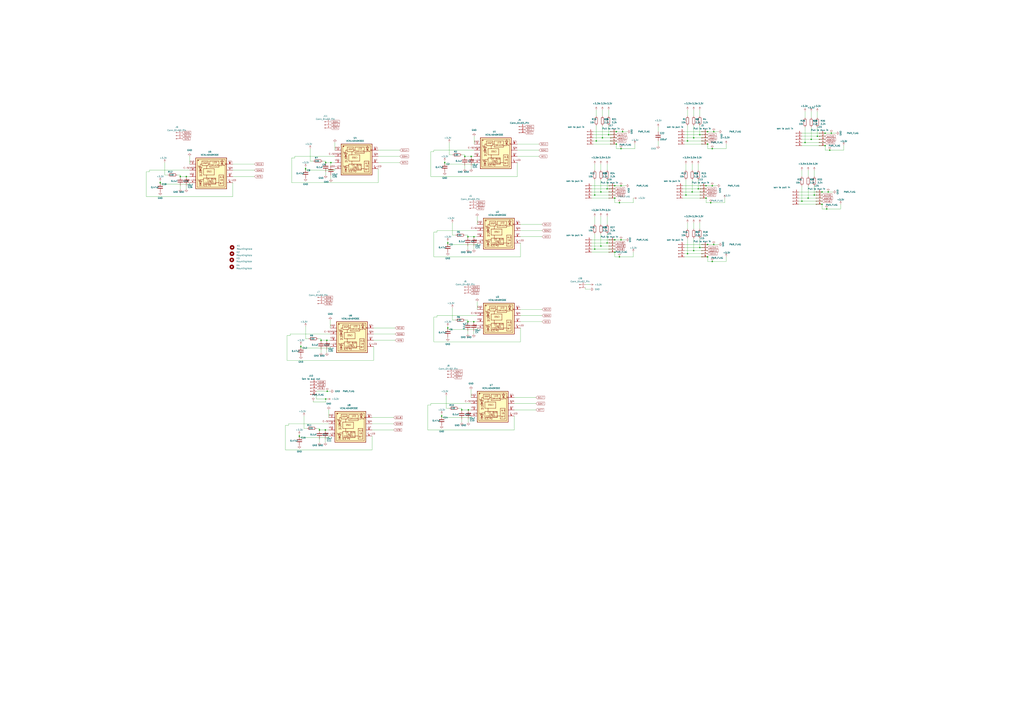
<source format=kicad_sch>
(kicad_sch (version 20230121) (generator eeschema)
  (paper "A1")
  (junction (at 584.962 122.174))
  (junction (at 267.208 353.314))
  (junction (at 262.382 353.314))
  (junction (at 488.442 160.274))
  (junction (at 510.032 197.104))
  (junction (at 263.652 279.654))
  (junction (at 488.442 204.724))
  (junction (at 247.142 284.734))
  (junction (at 661.162 117.094))
  (junction (at 245.872 358.394))
  (junction (at 267.462 327.914))
  (junction (at 564.642 208.534))
  (junction (at 131.572 150.114))
  (junction (at 586.232 200.914))
  (junction (at 663.702 162.814))
  (junction (at 148.082 145.034))
  (junction (at 384.302 194.564))
  (junction (at 508.762 211.074))
  (junction (at 498.602 155.194))
  (junction (at 389.255 194.564))
  (junction (at 504.952 197.104))
  (junction (at 365.252 133.604))
  (junction (at 499.872 110.744))
  (junction (at 579.882 162.814))
  (junction (at 494.792 113.284))
  (junction (at 506.222 118.364))
  (junction (at 271.78 133.604))
  (junction (at 568.452 157.734))
  (junction (at 675.132 167.894))
  (junction (at 681.482 123.444))
  (junction (at 384.683 336.804))
  (junction (at 574.802 203.454))
  (junction (at 384.302 264.414))
  (junction (at 563.372 160.274))
  (junction (at 389.128 264.414))
  (junction (at 153.035 145.034))
  (junction (at 267.462 133.604))
  (junction (at 581.152 118.364))
  (junction (at 381.762 128.524))
  (junction (at 367.792 199.644))
  (junction (at 581.152 211.074))
  (junction (at 677.672 109.474))
  (junction (at 510.032 122.174))
  (junction (at 569.722 205.994))
  (junction (at 493.522 157.734))
  (junction (at 677.672 119.634))
  (junction (at 675.132 157.734))
  (junction (at 569.722 113.284))
  (junction (at 489.712 115.824))
  (junction (at 362.712 341.884))
  (junction (at 671.322 112.014))
  (junction (at 574.802 110.744))
  (junction (at 581.152 200.914))
  (junction (at 678.942 171.704))
  (junction (at 584.962 152.654))
  (junction (at 386.969 128.524))
  (junction (at 379.222 336.804))
  (junction (at 268.478 279.654))
  (junction (at 682.752 109.474))
  (junction (at 504.952 162.814))
  (junction (at 668.782 160.274))
  (junction (at 586.232 108.204))
  (junction (at 680.212 157.734))
  (junction (at 250.952 138.684))
  (junction (at 564.642 115.824))
  (junction (at 493.522 202.184))
  (junction (at 508.762 166.624))
  (junction (at 498.602 199.644))
  (junction (at 573.532 155.194))
  (junction (at 511.302 108.204))
  (junction (at 579.882 152.654))
  (junction (at 666.242 114.554))
  (junction (at 581.152 108.204))
  (junction (at 510.032 152.654))
  (junction (at 367.792 269.494))
  (junction (at 506.222 108.204))
  (junction (at 658.622 165.354))
  (junction (at 504.952 207.264))
  (junction (at 584.962 214.884))
  (junction (at 504.952 152.654))
  (junction (at 583.692 166.624))
  (junction (at 268.732 321.564))
  (wire (pts (xy 122.682 141.224) (xy 122.682 139.954)))
  (wire (pts (xy 250.952 137.414) (xy 250.952 138.684)))
  (wire (pts (xy 257.302 330.454) (xy 267.462 330.454)))
  (wire (pts (xy 384.302 274.574) (xy 384.302 272.034)))
  (wire (pts (xy 521.462 118.364) (xy 521.462 122.174)))
  (wire (pts (xy 493.522 157.734) (xy 504.952 157.734)))
  (wire (pts (xy 596.392 211.074) (xy 596.392 214.884)))
  (wire (pts (xy 235.712 296.164) (xy 306.832 296.164)))
  (wire (pts (xy 376.682 335.534) (xy 379.222 335.534)))
  (wire (pts (xy 371.602 183.134) (xy 371.602 193.294)))
  (wire (pts (xy 569.722 183.134) (xy 569.722 188.214)))
  (wire (pts (xy 153.035 145.034) (xy 155.702 145.034)))
  (wire (pts (xy 504.952 211.074) (xy 508.762 211.074)))
  (wire (pts (xy 358.902 259.334) (xy 391.922 259.334)))
  (wire (pts (xy 499.872 90.424) (xy 499.872 95.504)))
  (wire (pts (xy 427.482 184.404) (xy 445.262 184.404)))
  (wire (pts (xy 365.252 134.874) (xy 365.252 133.604)))
  (wire (pts (xy 384.683 346.964) (xy 384.683 344.424)))
  (wire (pts (xy 271.78 136.398) (xy 271.78 133.604)))
  (wire (pts (xy 562.102 205.994) (xy 569.722 205.994)))
  (wire (pts (xy 191.262 145.034) (xy 209.042 145.034)))
  (wire (pts (xy 584.962 214.884) (xy 596.392 214.884)))
  (wire (pts (xy 122.682 139.954) (xy 155.702 139.954)))
  (wire (pts (xy 305.562 369.824) (xy 305.562 358.394)))
  (wire (pts (xy 268.478 279.654) (xy 271.272 279.654)))
  (wire (pts (xy 562.102 200.914) (xy 581.152 200.914)))
  (wire (pts (xy 358.902 260.604) (xy 358.902 259.334)))
  (wire (pts (xy 498.602 147.574) (xy 498.602 155.194)))
  (wire (pts (xy 485.902 199.644) (xy 498.602 199.644)))
  (wire (pts (xy 584.962 122.174) (xy 596.392 122.174)))
  (wire (pts (xy 384.302 263.144) (xy 384.302 264.414)))
  (wire (pts (xy 389.128 264.414) (xy 391.922 264.414)))
  (wire (pts (xy 131.572 151.384) (xy 131.572 150.114)))
  (wire (pts (xy 658.622 152.654) (xy 658.622 165.354)))
  (wire (pts (xy 257.302 329.565) (xy 257.302 330.454)))
  (wire (pts (xy 520.192 207.264) (xy 520.192 211.074)))
  (wire (pts (xy 485.902 152.654) (xy 504.952 152.654)))
  (wire (pts (xy 656.082 167.894) (xy 675.132 167.894)))
  (wire (pts (xy 487.172 115.824) (xy 489.712 115.824)))
  (wire (pts (xy 367.792 270.764) (xy 391.922 270.764)))
  (wire (pts (xy 560.832 155.194) (xy 573.532 155.194)))
  (wire (pts (xy 563.372 147.574) (xy 563.372 160.274)))
  (wire (pts (xy 487.172 118.364) (xy 506.222 118.364)))
  (wire (pts (xy 358.902 190.754) (xy 358.902 189.484)))
  (wire (pts (xy 379.222 335.534) (xy 379.222 336.804)))
  (wire (pts (xy 254.762 122.174) (xy 254.762 132.334)))
  (wire (pts (xy 369.062 127.254) (xy 371.602 127.254)))
  (wire (pts (xy 250.952 139.954) (xy 275.082 139.954)))
  (wire (pts (xy 583.692 166.624) (xy 595.122 166.624)))
  (wire (pts (xy 510.032 152.654) (xy 513.842 152.654)))
  (wire (pts (xy 367.792 198.374) (xy 367.792 199.644)))
  (wire (pts (xy 305.562 343.154) (xy 323.342 343.154)))
  (wire (pts (xy 271.272 286.004) (xy 271.272 284.734)))
  (wire (pts (xy 422.402 326.644) (xy 440.182 326.644)))
  (wire (pts (xy 511.302 108.204) (xy 515.112 108.204)))
  (wire (pts (xy 562.102 113.284) (xy 569.722 113.284)))
  (wire (pts (xy 668.782 139.954) (xy 668.782 145.034)))
  (wire (pts (xy 671.322 104.394) (xy 671.322 112.014)))
  (wire (pts (xy 306.832 269.494) (xy 324.612 269.494)))
  (wire (pts (xy 234.442 349.504) (xy 234.442 369.824)))
  (wire (pts (xy 520.192 162.814) (xy 520.192 166.624)))
  (wire (pts (xy 675.132 157.734) (xy 680.212 157.734)))
  (wire (pts (xy 681.482 123.444) (xy 692.912 123.444)))
  (wire (pts (xy 424.942 118.364) (xy 442.722 118.364)))
  (wire (pts (xy 351.282 332.994) (xy 351.282 353.314)))
  (wire (pts (xy 680.212 157.734) (xy 684.022 157.734)))
  (wire (pts (xy 560.832 160.274) (xy 563.372 160.274)))
  (wire (pts (xy 586.232 108.204) (xy 590.042 108.204)))
  (wire (pts (xy 581.152 214.884) (xy 584.962 214.884)))
  (wire (pts (xy 574.802 183.134) (xy 574.802 188.214)))
  (wire (pts (xy 569.722 113.284) (xy 581.152 113.284)))
  (wire (pts (xy 247.142 286.004) (xy 247.142 284.734)))
  (wire (pts (xy 568.452 157.734) (xy 579.882 157.734)))
  (wire (pts (xy 379.222 127.254) (xy 381.762 127.254)))
  (wire (pts (xy 581.152 118.364) (xy 581.152 122.174)))
  (wire (pts (xy 658.622 117.094) (xy 661.162 117.094)))
  (wire (pts (xy 586.232 200.914) (xy 590.042 200.914)))
  (wire (pts (xy 498.602 199.644) (xy 504.952 199.644)))
  (wire (pts (xy 569.722 205.994) (xy 581.152 205.994)))
  (wire (pts (xy 247.142 283.464) (xy 247.142 284.734)))
  (wire (pts (xy 379.222 336.804) (xy 384.683 336.804)))
  (wire (pts (xy 488.442 134.874) (xy 488.442 139.954)))
  (wire (pts (xy 581.152 200.914) (xy 586.232 200.914)))
  (wire (pts (xy 386.842 320.294) (xy 386.842 326.644)))
  (wire (pts (xy 564.642 90.424) (xy 564.642 95.504)))
  (wire (pts (xy 245.872 357.124) (xy 245.872 358.394)))
  (wire (pts (xy 263.652 278.384) (xy 263.652 279.654)))
  (wire (pts (xy 427.482 254.254) (xy 445.262 254.254)))
  (wire (pts (xy 487.172 108.204) (xy 506.222 108.204)))
  (wire (pts (xy 678.942 171.704) (xy 690.372 171.704)))
  (wire (pts (xy 485.902 197.104) (xy 504.952 197.104)))
  (wire (pts (xy 569.722 90.424) (xy 569.722 95.504)))
  (wire (pts (xy 484.632 233.934) (xy 480.822 233.934)))
  (wire (pts (xy 391.922 200.914) (xy 391.922 199.644)))
  (wire (pts (xy 661.162 104.394) (xy 661.162 117.094)))
  (wire (pts (xy 564.642 195.834) (xy 564.642 208.534)))
  (wire (pts (xy 661.162 117.094) (xy 677.672 117.094)))
  (wire (pts (xy 263.652 279.654) (xy 268.478 279.654)))
  (wire (pts (xy 242.062 129.794) (xy 239.522 129.794)))
  (wire (pts (xy 263.652 289.814) (xy 263.652 287.274)))
  (wire (pts (xy 267.462 330.454) (xy 267.462 327.914)))
  (wire (pts (xy 191.262 134.874) (xy 209.042 134.874)))
  (wire (pts (xy 424.942 123.444) (xy 442.722 123.444)))
  (wire (pts (xy 564.642 115.824) (xy 581.152 115.824)))
  (wire (pts (xy 485.902 160.274) (xy 488.442 160.274)))
  (wire (pts (xy 485.902 157.734) (xy 493.522 157.734)))
  (wire (pts (xy 389.382 112.014) (xy 389.382 118.364)))
  (wire (pts (xy 120.142 161.544) (xy 191.262 161.544)))
  (wire (pts (xy 268.732 327.914) (xy 267.462 327.914)))
  (wire (pts (xy 504.952 162.814) (xy 504.952 166.624)))
  (wire (pts (xy 131.572 148.844) (xy 131.572 150.114)))
  (wire (pts (xy 682.752 109.474) (xy 686.562 109.474)))
  (wire (pts (xy 656.082 162.814) (xy 663.702 162.814)))
  (wire (pts (xy 367.792 200.914) (xy 367.792 199.644)))
  (wire (pts (xy 250.952 278.384) (xy 253.492 278.384)))
  (wire (pts (xy 310.642 128.524) (xy 328.422 128.524)))
  (wire (pts (xy 506.222 122.174) (xy 510.032 122.174)))
  (wire (pts (xy 389.382 134.874) (xy 389.382 133.604)))
  (wire (pts (xy 484.632 237.744) (xy 480.822 237.744)))
  (wire (pts (xy 562.102 203.454) (xy 574.802 203.454)))
  (wire (pts (xy 389.255 204.724) (xy 389.255 202.184)))
  (wire (pts (xy 595.122 162.814) (xy 595.122 166.624)))
  (wire (pts (xy 155.702 128.524) (xy 155.702 134.874)))
  (wire (pts (xy 424.942 145.034) (xy 424.942 133.604)))
  (wire (pts (xy 270.002 359.664) (xy 270.002 358.394)))
  (wire (pts (xy 148.082 145.034) (xy 153.035 145.034)))
  (wire (pts (xy 384.302 204.724) (xy 384.302 202.184)))
  (wire (pts (xy 574.802 203.454) (xy 581.152 203.454)))
  (wire (pts (xy 581.152 211.074) (xy 581.152 214.884)))
  (wire (pts (xy 427.482 264.414) (xy 445.262 264.414)))
  (wire (pts (xy 560.832 157.734) (xy 568.452 157.734)))
  (wire (pts (xy 235.712 275.844) (xy 235.712 296.164)))
  (wire (pts (xy 574.802 195.834) (xy 574.802 203.454)))
  (wire (pts (xy 658.622 109.474) (xy 677.672 109.474)))
  (wire (pts (xy 562.102 211.074) (xy 581.152 211.074)))
  (wire (pts (xy 305.562 348.234) (xy 323.342 348.234)))
  (wire (pts (xy 267.208 363.474) (xy 267.208 360.934)))
  (wire (pts (xy 568.452 134.874) (xy 568.452 139.954)))
  (wire (pts (xy 422.402 336.804) (xy 440.182 336.804)))
  (wire (pts (xy 498.602 134.874) (xy 498.602 139.954)))
  (wire (pts (xy 271.78 146.939) (xy 271.78 144.018)))
  (wire (pts (xy 581.152 108.204) (xy 586.232 108.204)))
  (wire (pts (xy 489.712 103.124) (xy 489.712 115.824)))
  (wire (pts (xy 259.842 327.914) (xy 259.842 324.104)))
  (wire (pts (xy 493.522 202.184) (xy 504.952 202.184)))
  (wire (pts (xy 358.902 260.604) (xy 356.362 260.604)))
  (wire (pts (xy 386.842 343.154) (xy 386.842 341.884)))
  (wire (pts (xy 259.842 327.914) (xy 267.462 327.914)))
  (wire (pts (xy 362.712 343.154) (xy 362.712 341.884)))
  (wire (pts (xy 656.082 165.354) (xy 658.622 165.354)))
  (wire (pts (xy 242.062 128.524) (xy 275.082 128.524)))
  (wire (pts (xy 485.902 207.264) (xy 504.952 207.264)))
  (wire (pts (xy 562.102 208.534) (xy 564.642 208.534)))
  (wire (pts (xy 386.969 138.684) (xy 386.969 136.144)))
  (wire (pts (xy 268.478 289.814) (xy 268.478 287.274)))
  (wire (pts (xy 358.902 190.754) (xy 356.362 190.754)))
  (wire (pts (xy 569.722 103.124) (xy 569.722 113.284)))
  (wire (pts (xy 485.902 162.814) (xy 504.952 162.814)))
  (wire (pts (xy 191.262 161.544) (xy 191.262 150.114)))
  (wire (pts (xy 267.462 143.764) (xy 267.462 141.224)))
  (wire (pts (xy 485.902 202.184) (xy 493.522 202.184)))
  (wire (pts (xy 155.702 151.384) (xy 155.702 150.114)))
  (wire (pts (xy 131.572 151.384) (xy 155.702 151.384)))
  (wire (pts (xy 369.062 117.094) (xy 369.062 127.254)))
  (wire (pts (xy 356.362 190.754) (xy 356.362 211.074)))
  (wire (pts (xy 504.952 207.264) (xy 504.952 211.074)))
  (wire (pts (xy 573.532 147.574) (xy 573.532 155.194)))
  (wire (pts (xy 658.622 139.954) (xy 658.622 145.034)))
  (wire (pts (xy 145.542 143.764) (xy 148.082 143.764)))
  (wire (pts (xy 262.382 352.044) (xy 262.382 353.314)))
  (wire (pts (xy 310.642 150.114) (xy 310.642 138.684)))
  (wire (pts (xy 275.082 139.954) (xy 275.082 138.684)))
  (wire (pts (xy 498.602 192.024) (xy 498.602 199.644)))
  (wire (pts (xy 267.208 353.314) (xy 270.002 353.314)))
  (wire (pts (xy 427.482 211.074) (xy 427.482 199.644)))
  (wire (pts (xy 663.702 139.954) (xy 663.702 145.034)))
  (wire (pts (xy 271.272 263.144) (xy 271.272 269.494)))
  (wire (pts (xy 568.452 147.574) (xy 568.452 157.734)))
  (wire (pts (xy 488.442 192.024) (xy 488.442 204.724)))
  (wire (pts (xy 690.372 167.894) (xy 690.372 171.704)))
  (wire (pts (xy 574.802 110.744) (xy 581.152 110.744)))
  (wire (pts (xy 427.482 259.334) (xy 445.262 259.334)))
  (wire (pts (xy 510.032 197.104) (xy 513.842 197.104)))
  (wire (pts (xy 579.882 152.654) (xy 584.962 152.654)))
  (wire (pts (xy 122.682 141.224) (xy 120.142 141.224)))
  (wire (pts (xy 267.462 133.604) (xy 271.78 133.604)))
  (wire (pts (xy 384.302 264.414) (xy 389.128 264.414)))
  (wire (pts (xy 381.762 128.524) (xy 386.969 128.524)))
  (wire (pts (xy 666.242 104.394) (xy 666.242 114.554)))
  (wire (pts (xy 427.482 194.564) (xy 445.262 194.564)))
  (wire (pts (xy 362.712 340.614) (xy 362.712 341.884)))
  (wire (pts (xy 658.622 119.634) (xy 677.672 119.634)))
  (wire (pts (xy 135.382 143.764) (xy 137.922 143.764)))
  (wire (pts (xy 498.602 155.194) (xy 504.952 155.194)))
  (wire (pts (xy 668.782 152.654) (xy 668.782 160.274)))
  (wire (pts (xy 510.032 122.174) (xy 521.462 122.174)))
  (wire (pts (xy 581.152 122.174) (xy 584.962 122.174)))
  (wire (pts (xy 386.969 128.524) (xy 389.382 128.524)))
  (wire (pts (xy 540.512 115.824) (xy 540.512 119.634)))
  (wire (pts (xy 666.242 114.554) (xy 677.672 114.554)))
  (wire (pts (xy 366.522 335.534) (xy 369.062 335.534)))
  (wire (pts (xy 353.822 124.714) (xy 353.822 145.034)))
  (wire (pts (xy 488.442 147.574) (xy 488.442 160.274)))
  (wire (pts (xy 148.082 155.194) (xy 148.082 152.654)))
  (wire (pts (xy 120.142 141.224) (xy 120.142 161.544)))
  (wire (pts (xy 381.762 138.684) (xy 381.762 136.144)))
  (wire (pts (xy 573.532 134.874) (xy 573.532 139.954)))
  (wire (pts (xy 569.722 195.834) (xy 569.722 205.994)))
  (wire (pts (xy 356.362 260.604) (xy 356.362 280.924)))
  (wire (pts (xy 668.782 160.274) (xy 675.132 160.274)))
  (wire (pts (xy 236.982 349.504) (xy 234.442 349.504)))
  (wire (pts (xy 677.672 123.444) (xy 681.482 123.444)))
  (wire (pts (xy 564.642 208.534) (xy 581.152 208.534)))
  (wire (pts (xy 259.842 352.044) (xy 262.382 352.044)))
  (wire (pts (xy 356.362 211.074) (xy 427.482 211.074)))
  (wire (pts (xy 504.952 197.104) (xy 510.032 197.104)))
  (wire (pts (xy 494.792 113.284) (xy 506.222 113.284)))
  (wire (pts (xy 391.922 178.054) (xy 391.922 184.404)))
  (wire (pts (xy 381.762 127.254) (xy 381.762 128.524)))
  (wire (pts (xy 384.302 193.294) (xy 384.302 194.564)))
  (wire (pts (xy 268.732 321.564) (xy 271.272 321.564)))
  (wire (pts (xy 560.832 162.814) (xy 579.882 162.814)))
  (wire (pts (xy 579.882 166.624) (xy 583.692 166.624)))
  (wire (pts (xy 480.822 237.744) (xy 480.822 236.474)))
  (wire (pts (xy 540.512 104.394) (xy 540.512 108.204)))
  (wire (pts (xy 427.482 189.484) (xy 445.262 189.484)))
  (wire (pts (xy 677.672 119.634) (xy 677.672 123.444)))
  (wire (pts (xy 675.132 167.894) (xy 675.132 171.704)))
  (wire (pts (xy 268.732 321.564) (xy 259.842 321.564)))
  (wire (pts (xy 493.522 192.024) (xy 493.522 202.184)))
  (wire (pts (xy 560.832 152.654) (xy 579.882 152.654)))
  (wire (pts (xy 666.242 91.694) (xy 666.242 96.774)))
  (wire (pts (xy 677.672 109.474) (xy 682.752 109.474)))
  (wire (pts (xy 153.035 155.194) (xy 153.035 152.654)))
  (wire (pts (xy 236.982 348.234) (xy 270.002 348.234)))
  (wire (pts (xy 487.172 110.744) (xy 499.872 110.744)))
  (wire (pts (xy 499.872 103.124) (xy 499.872 110.744)))
  (wire (pts (xy 365.252 134.874) (xy 389.382 134.874)))
  (wire (pts (xy 310.642 123.444) (xy 328.422 123.444)))
  (wire (pts (xy 306.832 296.164) (xy 306.832 284.734)))
  (wire (pts (xy 384.683 336.804) (xy 386.842 336.804)))
  (wire (pts (xy 367.792 268.224) (xy 367.792 269.494)))
  (wire (pts (xy 353.822 331.724) (xy 386.842 331.724)))
  (wire (pts (xy 499.872 110.744) (xy 506.222 110.744)))
  (wire (pts (xy 353.822 145.034) (xy 424.942 145.034)))
  (wire (pts (xy 562.102 115.824) (xy 564.642 115.824)))
  (wire (pts (xy 267.462 132.334) (xy 267.462 133.604)))
  (wire (pts (xy 389.128 274.574) (xy 389.128 272.034)))
  (wire (pts (xy 563.372 160.274) (xy 579.882 160.274)))
  (wire (pts (xy 485.902 155.194) (xy 498.602 155.194)))
  (wire (pts (xy 275.082 117.094) (xy 275.082 123.444)))
  (wire (pts (xy 238.252 274.574) (xy 271.272 274.574)))
  (wire (pts (xy 391.922 247.904) (xy 391.922 254.254)))
  (wire (pts (xy 262.382 363.474) (xy 262.382 360.934)))
  (wire (pts (xy 306.832 274.574) (xy 324.612 274.574)))
  (wire (pts (xy 379.222 346.964) (xy 379.222 344.424)))
  (wire (pts (xy 366.522 325.374) (xy 366.522 335.534)))
  (wire (pts (xy 658.622 165.354) (xy 675.132 165.354)))
  (wire (pts (xy 367.792 277.749) (xy 367.792 277.114)))
  (wire (pts (xy 498.602 178.054) (xy 498.602 184.404)))
  (wire (pts (xy 508.762 211.074) (xy 520.192 211.074)))
  (wire (pts (xy 574.802 90.424) (xy 574.802 95.504)))
  (wire (pts (xy 675.132 171.704) (xy 678.942 171.704)))
  (wire (pts (xy 504.952 166.624) (xy 508.762 166.624)))
  (wire (pts (xy 381.762 193.294) (xy 384.302 193.294)))
  (wire (pts (xy 249.682 341.884) (xy 249.682 352.044)))
  (wire (pts (xy 663.702 162.814) (xy 675.132 162.814)))
  (wire (pts (xy 356.362 124.714) (xy 356.362 123.444)))
  (wire (pts (xy 485.902 204.724) (xy 488.442 204.724)))
  (wire (pts (xy 148.082 143.764) (xy 148.082 145.034)))
  (wire (pts (xy 245.872 359.664) (xy 270.002 359.664)))
  (wire (pts (xy 362.712 343.154) (xy 386.842 343.154)))
  (wire (pts (xy 562.102 118.364) (xy 581.152 118.364)))
  (wire (pts (xy 494.792 90.424) (xy 494.792 95.504)))
  (wire (pts (xy 506.222 118.364) (xy 506.222 122.174)))
  (wire (pts (xy 371.602 263.144) (xy 374.142 263.144)))
  (wire (pts (xy 234.442 369.824) (xy 305.562 369.824)))
  (wire (pts (xy 351.282 353.314) (xy 422.402 353.314)))
  (wire (pts (xy 238.252 275.844) (xy 238.252 274.574)))
  (wire (pts (xy 250.952 139.954) (xy 250.952 138.684)))
  (wire (pts (xy 562.102 108.204) (xy 581.152 108.204)))
  (wire (pts (xy 306.832 279.654) (xy 324.612 279.654)))
  (wire (pts (xy 371.602 252.984) (xy 371.602 263.144)))
  (wire (pts (xy 356.362 280.924) (xy 427.482 280.924)))
  (wire (pts (xy 261.112 278.384) (xy 263.652 278.384)))
  (wire (pts (xy 356.362 124.714) (xy 353.822 124.714)))
  (wire (pts (xy 422.402 353.314) (xy 422.402 341.884)))
  (wire (pts (xy 663.702 152.654) (xy 663.702 162.814)))
  (wire (pts (xy 367.792 200.914) (xy 391.922 200.914)))
  (wire (pts (xy 236.982 349.504) (xy 236.982 348.234)))
  (wire (pts (xy 389.255 194.564) (xy 391.922 194.564)))
  (wire (pts (xy 271.78 133.604) (xy 275.082 133.604)))
  (wire (pts (xy 249.682 352.044) (xy 252.222 352.044)))
  (wire (pts (xy 656.082 157.734) (xy 675.132 157.734)))
  (wire (pts (xy 427.482 280.924) (xy 427.482 269.494)))
  (wire (pts (xy 488.442 178.054) (xy 488.442 184.404)))
  (wire (pts (xy 488.442 160.274) (xy 504.952 160.274)))
  (wire (pts (xy 661.162 91.694) (xy 661.162 96.774)))
  (wire (pts (xy 262.382 353.314) (xy 267.208 353.314)))
  (wire (pts (xy 574.802 103.124) (xy 574.802 110.744)))
  (wire (pts (xy 562.102 110.744) (xy 574.802 110.744)))
  (wire (pts (xy 579.882 162.814) (xy 579.882 166.624)))
  (wire (pts (xy 564.642 103.124) (xy 564.642 115.824)))
  (wire (pts (xy 353.822 332.994) (xy 351.282 332.994)))
  (wire (pts (xy 247.142 286.004) (xy 271.272 286.004)))
  (wire (pts (xy 494.792 103.124) (xy 494.792 113.284)))
  (wire (pts (xy 658.622 114.554) (xy 666.242 114.554)))
  (wire (pts (xy 506.222 108.204) (xy 511.302 108.204)))
  (wire (pts (xy 135.382 133.604) (xy 135.382 143.764)))
  (wire (pts (xy 692.912 119.634) (xy 692.912 123.444)))
  (wire (pts (xy 493.522 147.574) (xy 493.522 157.734)))
  (wire (pts (xy 191.262 139.954) (xy 209.042 139.954)))
  (wire (pts (xy 264.922 132.334) (xy 267.462 132.334)))
  (wire (pts (xy 371.602 193.294) (xy 374.142 193.294)))
  (wire (pts (xy 658.622 112.014) (xy 671.322 112.014)))
  (wire (pts (xy 671.322 91.694) (xy 671.322 96.774)))
  (wire (pts (xy 245.872 359.664) (xy 245.872 358.394)))
  (wire (pts (xy 487.172 113.284) (xy 494.792 113.284)))
  (wire (pts (xy 310.642 133.604) (xy 328.422 133.604)))
  (wire (pts (xy 254.762 132.334) (xy 257.302 132.334)))
  (wire (pts (xy 493.522 134.874) (xy 493.522 139.954)))
  (wire (pts (xy 356.362 123.444) (xy 389.382 123.444)))
  (wire (pts (xy 358.902 189.484) (xy 391.922 189.484)))
  (wire (pts (xy 422.402 331.724) (xy 440.182 331.724)))
  (wire (pts (xy 353.822 332.994) (xy 353.822 331.724)))
  (wire (pts (xy 242.062 129.794) (xy 242.062 128.524)))
  (wire (pts (xy 508.762 166.624) (xy 520.192 166.624)))
  (wire (pts (xy 493.522 177.8) (xy 493.522 184.404)))
  (wire (pts (xy 424.942 128.524) (xy 442.722 128.524)))
  (wire (pts (xy 305.562 353.314) (xy 323.342 353.314)))
  (wire (pts (xy 489.712 90.424) (xy 489.712 95.504)))
  (wire (pts (xy 391.922 270.764) (xy 391.922 269.494)))
  (wire (pts (xy 584.962 152.654) (xy 588.772 152.654)))
  (wire (pts (xy 504.952 152.654) (xy 510.032 152.654)))
  (wire (pts (xy 384.302 194.564) (xy 389.255 194.564)))
  (wire (pts (xy 250.952 268.224) (xy 250.952 278.384)))
  (wire (pts (xy 488.442 204.724) (xy 504.952 204.724)))
  (wire (pts (xy 239.522 129.794) (xy 239.522 150.114)))
  (wire (pts (xy 564.642 183.134) (xy 564.642 188.214)))
  (wire (pts (xy 381.762 263.144) (xy 384.302 263.144)))
  (wire (pts (xy 656.082 160.274) (xy 668.782 160.274)))
  (wire (pts (xy 367.792 270.764) (xy 367.792 269.494)))
  (wire (pts (xy 573.532 155.194) (xy 579.882 155.194)))
  (wire (pts (xy 270.002 336.804) (xy 270.002 343.154)))
  (wire (pts (xy 365.252 132.334) (xy 365.252 133.604)))
  (wire (pts (xy 563.372 134.874) (xy 563.372 139.954)))
  (wire (pts (xy 239.522 150.114) (xy 310.642 150.114)))
  (wire (pts (xy 489.712 115.824) (xy 506.222 115.824)))
  (wire (pts (xy 238.252 275.844) (xy 235.712 275.844)))
  (wire (pts (xy 596.392 118.364) (xy 596.392 122.174)))
  (wire (pts (xy 671.322 112.014) (xy 677.672 112.014)))
  (global_label "SDA5" (shape input) (at 209.042 139.954 0) (property "Intersheetrefs" "${INTERSHEET_REFS}" (effects hide)))
  (global_label "sdain4" (shape input) (at 581.152 205.994 0) (property "Intersheetrefs" "${INTERSHEET_REFS}" (effects hide)))
  (global_label "sdain3" (shape input) (at 504.952 157.734 0) (property "Intersheetrefs" "${INTERSHEET_REFS}" (effects hide)))
  (global_label "sclin5" (shape input) (at 677.672 112.014 0) (property "Intersheetrefs" "${INTERSHEET_REFS}" (effects hide)))
  (global_label "INT8" (shape input) (at 323.342 353.314 0) (property "Intersheetrefs" "${INTERSHEET_REFS}" (effects hide)))
  (global_label "SDA8" (shape input) (at 259.842 313.944 0) (property "Intersheetrefs" "${INTERSHEET_REFS}" (effects hide)))
  (global_label "intin2" (shape input) (at 579.882 160.274 0) (property "Intersheetrefs" "${INTERSHEET_REFS}" (effects hide)))
  (global_label "sclin7" (shape input) (at 506.222 110.744 0) (property "Intersheetrefs" "${INTERSHEET_REFS}" (effects hide)))
  (global_label "SCL5" (shape input) (at 149.606 111.506 0) (property "Intersheetrefs" "${INTERSHEET_REFS}" (effects hide)))
  (global_label "INT5" (shape input) (at 149.606 114.046 0) (property "Intersheetrefs" "${INTERSHEET_REFS}" (effects hide)))
  (global_label "SDA4" (shape input) (at 271.653 100.076 0) (property "Intersheetrefs" "${INTERSHEET_REFS}" (effects hide)))
  (global_label "INT6" (shape input) (at 324.612 279.654 0) (property "Intersheetrefs" "${INTERSHEET_REFS}" (effects hide)))
  (global_label "INT8" (shape input) (at 259.842 319.024 0) (property "Intersheetrefs" "${INTERSHEET_REFS}" (effects hide)))
  (global_label "sdain5" (shape input) (at 677.672 114.554 0) (property "Intersheetrefs" "${INTERSHEET_REFS}" (effects hide)))
  (global_label "SDA6" (shape input) (at 265.938 244.475 0) (property "Intersheetrefs" "${INTERSHEET_REFS}" (effects hide)))
  (global_label "SCL8" (shape input) (at 323.342 343.154 0) (property "Intersheetrefs" "${INTERSHEET_REFS}" (effects hide)))
  (global_label "SCL4" (shape input) (at 328.422 123.444 0) (property "Intersheetrefs" "${INTERSHEET_REFS}" (effects hide)))
  (global_label "INT7" (shape input) (at 440.182 336.804 0) (property "Intersheetrefs" "${INTERSHEET_REFS}" (effects hide)))
  (global_label "INT4" (shape input) (at 271.653 105.156 0) (property "Intersheetrefs" "${INTERSHEET_REFS}" (effects hide)))
  (global_label "SCL8" (shape input) (at 259.842 316.484 0) (property "Intersheetrefs" "${INTERSHEET_REFS}" (effects hide)))
  (global_label "intin3" (shape input) (at 504.952 160.274 0) (property "Intersheetrefs" "${INTERSHEET_REFS}" (effects hide)))
  (global_label "SDA1" (shape input) (at 431.165 104.013 0) (property "Intersheetrefs" "${INTERSHEET_REFS}" (effects hide)))
  (global_label "SDA7" (shape input) (at 440.182 331.724 0) (property "Intersheetrefs" "${INTERSHEET_REFS}" (effects hide)))
  (global_label "intin7" (shape input) (at 506.222 115.824 0) (property "Intersheetrefs" "${INTERSHEET_REFS}" (effects hide)))
  (global_label "SCL2" (shape input) (at 445.262 184.404 0) (property "Intersheetrefs" "${INTERSHEET_REFS}" (effects hide)))
  (global_label "INT5" (shape input) (at 209.042 145.034 0) (property "Intersheetrefs" "${INTERSHEET_REFS}" (effects hide)))
  (global_label "sdain7" (shape input) (at 506.222 113.284 0) (property "Intersheetrefs" "${INTERSHEET_REFS}" (effects hide)))
  (global_label "intin4" (shape input) (at 581.152 208.534 0) (property "Intersheetrefs" "${INTERSHEET_REFS}" (effects hide)))
  (global_label "sdain2" (shape input) (at 579.882 157.734 0) (property "Intersheetrefs" "${INTERSHEET_REFS}" (effects hide)))
  (global_label "intin8" (shape input) (at 504.952 204.724 0) (property "Intersheetrefs" "${INTERSHEET_REFS}" (effects hide)))
  (global_label "INT3" (shape input) (at 445.262 264.414 0) (property "Intersheetrefs" "${INTERSHEET_REFS}" (effects hide)))
  (global_label "SDA4" (shape input) (at 328.422 128.524 0) (property "Intersheetrefs" "${INTERSHEET_REFS}" (effects hide)))
  (global_label "SDA2" (shape input) (at 445.262 189.484 0) (property "Intersheetrefs" "${INTERSHEET_REFS}" (effects hide)))
  (global_label "INT1" (shape input) (at 442.722 128.524 0) (property "Intersheetrefs" "${INTERSHEET_REFS}" (effects hide)))
  (global_label "sclin6" (shape input) (at 675.132 160.274 0) (property "Intersheetrefs" "${INTERSHEET_REFS}" (effects hide)))
  (global_label "sclin8" (shape input) (at 504.952 199.644 0) (property "Intersheetrefs" "${INTERSHEET_REFS}" (effects hide)))
  (global_label "SDA3" (shape input) (at 445.262 259.334 0) (property "Intersheetrefs" "${INTERSHEET_REFS}" (effects hide)))
  (global_label "intin" (shape input) (at 581.152 115.824 0) (property "Intersheetrefs" "${INTERSHEET_REFS}" (effects hide)))
  (global_label "SCL7" (shape input) (at 440.182 326.644 0) (property "Intersheetrefs" "${INTERSHEET_REFS}" (effects hide)))
  (global_label "SCL5" (shape input) (at 209.042 134.874 0) (property "Intersheetrefs" "${INTERSHEET_REFS}" (effects hide)))
  (global_label "SDA6" (shape input) (at 324.612 274.574 0) (property "Intersheetrefs" "${INTERSHEET_REFS}" (effects hide)))
  (global_label "INT2" (shape input) (at 445.262 194.564 0) (property "Intersheetrefs" "${INTERSHEET_REFS}" (effects hide)))
  (global_label "intin5" (shape input) (at 677.672 117.094 0) (property "Intersheetrefs" "${INTERSHEET_REFS}" (effects hide)))
  (global_label "INT3" (shape input) (at 386.461 240.919 0) (property "Intersheetrefs" "${INTERSHEET_REFS}" (effects hide)))
  (global_label "SDA7" (shape input) (at 372.491 305.054 0) (property "Intersheetrefs" "${INTERSHEET_REFS}" (effects hide)))
  (global_label "SCL7" (shape input) (at 372.491 307.594 0) (property "Intersheetrefs" "${INTERSHEET_REFS}" (effects hide)))
  (global_label "sdain6" (shape input) (at 675.132 162.814 0) (property "Intersheetrefs" "${INTERSHEET_REFS}" (effects hide)))
  (global_label "SDA5" (shape input) (at 149.606 108.966 0) (property "Intersheetrefs" "${INTERSHEET_REFS}" (effects hide)))
  (global_label "SCL1" (shape input) (at 442.722 118.364 0) (property "Intersheetrefs" "${INTERSHEET_REFS}" (effects hide)))
  (global_label "INT7" (shape input) (at 372.491 310.134 0) (property "Intersheetrefs" "${INTERSHEET_REFS}" (effects hide)))
  (global_label "INT1" (shape input) (at 431.165 109.093 0) (property "Intersheetrefs" "${INTERSHEET_REFS}" (effects hide)))
  (global_label "INT6" (shape input) (at 265.938 249.555 0) (property "Intersheetrefs" "${INTERSHEET_REFS}" (effects hide)))
  (global_label "intin6" (shape input) (at 675.132 165.354 0) (property "Intersheetrefs" "${INTERSHEET_REFS}" (effects hide)))
  (global_label "SCL6" (shape input) (at 265.938 247.015 0) (property "Intersheetrefs" "${INTERSHEET_REFS}" (effects hide)))
  (global_label "SCL3" (shape input) (at 445.262 254.254 0) (property "Intersheetrefs" "${INTERSHEET_REFS}" (effects hide)))
  (global_label "SCL4" (shape input) (at 271.653 102.616 0) (property "Intersheetrefs" "${INTERSHEET_REFS}" (effects hide)))
  (global_label "sclin" (shape input) (at 581.152 110.744 0) (property "Intersheetrefs" "${INTERSHEET_REFS}" (effects hide)))
  (global_label "sclin3" (shape input) (at 504.952 155.194 0) (property "Intersheetrefs" "${INTERSHEET_REFS}" (effects hide)))
  (global_label "sdain" (shape input) (at 581.152 113.284 0) (property "Intersheetrefs" "${INTERSHEET_REFS}" (effects hide)))
  (global_label "SCL1" (shape input) (at 431.165 106.553 0) (property "Intersheetrefs" "${INTERSHEET_REFS}" (effects hide)))
  (global_label "sclin4" (shape input) (at 581.152 203.454 0) (property "Intersheetrefs" "${INTERSHEET_REFS}" (effects hide)))
  (global_label "SDA3" (shape input) (at 386.461 235.839 0) (property "Intersheetrefs" "${INTERSHEET_REFS}" (effects hide)))
  (global_label "INT2" (shape input) (at 390.779 171.196 0) (property "Intersheetrefs" "${INTERSHEET_REFS}" (effects hide)))
  (global_label "INT4" (shape input) (at 328.422 133.604 0) (property "Intersheetrefs" "${INTERSHEET_REFS}" (effects hide)))
  (global_label "sclin2" (shape input) (at 579.882 155.194 0) (property "Intersheetrefs" "${INTERSHEET_REFS}" (effects hide)))
  (global_label "sdain8" (shape input) (at 504.952 202.184 0) (property "Intersheetrefs" "${INTERSHEET_REFS}" (effects hide)))
  (global_label "SDA1" (shape input) (at 442.722 123.444 0) (property "Intersheetrefs" "${INTERSHEET_REFS}" (effects hide)))
  (global_label "SDA2" (shape input) (at 390.779 166.116 0) (property "Intersheetrefs" "${INTERSHEET_REFS}" (effects hide)))
  (global_label "SCL3" (shape input) (at 386.461 238.379 0) (property "Intersheetrefs" "${INTERSHEET_REFS}" (effects hide)))
  (global_label "SDA8" (shape input) (at 323.342 348.234 0) (property "Intersheetrefs" "${INTERSHEET_REFS}" (effects hide)))
  (global_label "SCL6" (shape input) (at 324.612 269.494 0) (property "Intersheetrefs" "${INTERSHEET_REFS}" (effects hide)))
  (global_label "SCL2" (shape input) (at 390.779 168.656 0) (property "Intersheetrefs" "${INTERSHEET_REFS}" (effects hide)))
  (symbol (lib_id "Connector:Conn_01x05_Pin") (at 672.592 114.554 0) (unit 1)
    (property "Reference" "J23" (at 673.227 104.394 0))
    (property "Value" "Pull to mux in" (at 673.227 106.934 0))
    (property "Footprint" "Connector_PinHeader_2.54mm:PinHeader_1x05_P2.54mm_Vertical" (effects hide))
  )
  (symbol (lib_id "Device:C") (at 540.512 112.014 0) (unit 1)
    (property "Reference" "C22" (at 541.782 109.474 0) (effects (justify left)))
    (property "Value" "100uF" (at 541.782 114.554 0) (effects (justify left)))
    (property "Footprint" "Capacitor_THT:CP_Radial_D5.0mm_P2.00mm" (effects hide))
  )
  (symbol (lib_id "power:+3.3V") (at 498.602 134.874 0) (unit 1)
    (property "Reference" "#PWR032" (effects hide))
    (property "Value" "+3.3V" (at 498.602 129.54 0))
  )
  (symbol (lib_id "Mechanical:MountingHole") (at 190.373 219.329 0) (unit 1)
    (property "Reference" "H4" (at 194.056 218.059 0) (effects (justify left)))
    (property "Value" "MountingHole" (at 194.056 220.599 0) (effects (justify left)))
    (property "Footprint" "MountingHole:MountingHole_3.2mm_M3" (effects hide))
  )
  (symbol (lib_id "power:GND") (at 379.222 346.964 0) (unit 1)
    (property "Reference" "#PWR046" (effects hide))
    (property "Value" "GND" (at 375.412 349.504 0))
  )
  (symbol (lib_id "power:GND") (at 155.702 128.524 180) (unit 1)
    (property "Reference" "#PWR063" (effects hide))
    (property "Value" "GND" (at 155.702 123.444 0))
  )
  (symbol (lib_id "Connector:Conn_01x02_Pin") (at 475.742 233.934 0) (unit 1)
    (property "Reference" "J28" (at 476.377 228.854 0))
    (property "Value" "Conn_01x02_Pin" (at 476.377 231.394 0))
    (property "Footprint" "TerminalBlock:TerminalBlock_bornier-2_P5.08mm" (effects hide))
  )
  (symbol (lib_id "Device:C") (at 367.792 203.454 0) (unit 1)
    (property "Reference" "C3" (at 369.062 200.914 0) (effects (justify left)))
    (property "Value" "0.47uF" (at 360.172 203.454 0) (effects (justify left)))
    (property "Footprint" "Capacitor_SMD:C_0805_2012Metric_Pad1.18x1.45mm_HandSolder" (effects hide))
  )
  (symbol (lib_id "power:GND") (at 389.382 112.014 180) (unit 1)
    (property "Reference" "#PWR02" (effects hide))
    (property "Value" "GND" (at 389.382 106.934 0))
  )
  (symbol (lib_id "Connector:Conn_01x03_Pin") (at 144.526 111.506 0) (unit 1)
    (property "Reference" "J9" (at 145.161 104.521 0))
    (property "Value" "Conn_01x03_Pin" (at 145.161 107.061 0))
    (property "Footprint" "Connector_PinHeader_2.54mm:PinHeader_1x03_P2.54mm_Vertical" (effects hide))
  )
  (symbol (lib_id "power:+3.3V") (at 671.322 91.694 0) (unit 1)
    (property "Reference" "#PWR084" (effects hide))
    (property "Value" "+3.3V" (at 671.322 87.249 0))
  )
  (symbol (lib_id "Connector:Conn_01x05_Pin") (at 499.872 202.184 0) (unit 1)
    (property "Reference" "J21" (at 500.507 192.024 0))
    (property "Value" "Pull to mux in" (at 500.507 194.564 0))
    (property "Footprint" "Connector_PinHeader_2.54mm:PinHeader_1x05_P2.54mm_Vertical" (effects hide))
  )
  (symbol (lib_id "power:PWR_FLAG") (at 584.962 152.654 0) (unit 1)
    (property "Reference" "#FLG022" (effects hide))
    (property "Value" "PWR_FLAG" (at 597.662 152.654 0) (effects (justify left)))
  )
  (symbol (lib_id "power:GND") (at 381.762 138.684 0) (unit 1)
    (property "Reference" "#PWR03" (effects hide))
    (property "Value" "GND" (at 377.952 141.224 0))
  )
  (symbol (lib_id "power:+3.3V") (at 245.872 357.124 0) (unit 1)
    (property "Reference" "#PWR050" (effects hide))
    (property "Value" "+3.3V" (at 245.872 353.314 0))
  )
  (symbol (lib_id "power:GND") (at 153.035 155.194 0) (unit 1)
    (property "Reference" "#PWR027" (effects hide))
    (property "Value" "GND" (at 149.225 157.734 0))
  )
  (symbol (lib_id "Connector:Conn_01x05_Pin") (at 501.142 113.284 0) (unit 1)
    (property "Reference" "J17" (at 501.777 103.124 0))
    (property "Value" "Pull to mux in" (at 501.777 105.664 0))
    (property "Footprint" "Connector_PinHeader_2.54mm:PinHeader_1x05_P2.54mm_Vertical" (effects hide))
  )
  (symbol (lib_id "Connector:Conn_01x03_Pin") (at 385.699 168.656 0) (unit 1)
    (property "Reference" "J5" (at 386.334 161.163 0))
    (property "Value" "Conn_01x03_Pin" (at 386.334 163.703 0))
    (property "Footprint" "Connector_PinHeader_2.54mm:PinHeader_1x03_P2.54mm_Vertical" (effects hide))
  )
  (symbol (lib_id "power:GND") (at 588.772 152.654 90) (unit 1)
    (property "Reference" "#PWR0122" (effects hide))
    (property "Value" "GND" (at 591.312 156.464 0))
  )
  (symbol (lib_id "power:PWR_FLAG") (at 510.032 122.174 0) (unit 1)
    (property "Reference" "#FLG025" (effects hide))
    (property "Value" "PWR_FLAG" (at 513.588 118.999 0))
  )
  (symbol (lib_id "power:+3.3V") (at 520.192 162.814 270) (unit 1)
    (property "Reference" "#PWR066" (effects hide))
    (property "Value" "+3.3V" (at 524.002 162.814 90) (effects (justify left)))
  )
  (symbol (lib_id "Device:R") (at 377.952 193.294 90) (unit 1)
    (property "Reference" "R5" (at 377.952 190.754 90) (effects (justify left)))
    (property "Value" "10E" (at 379.222 193.294 90) (effects (justify left)))
    (property "Footprint" "Resistor_SMD:R_0805_2012Metric_Pad1.20x1.40mm_HandSolder" (effects hide))
  )
  (symbol (lib_id "Device:C") (at 365.252 137.414 0) (unit 1)
    (property "Reference" "C2" (at 366.522 134.874 0) (effects (justify left)))
    (property "Value" "0.47uF" (at 357.632 137.414 0) (effects (justify left)))
    (property "Footprint" "Capacitor_SMD:C_0805_2012Metric_Pad1.18x1.45mm_HandSolder" (effects hide))
  )
  (symbol (lib_id "power:GND") (at 384.302 274.574 0) (unit 1)
    (property "Reference" "#PWR018" (effects hide))
    (property "Value" "GND" (at 380.492 277.114 0))
  )
  (symbol (lib_id "power:GND") (at 540.512 119.634 0) (unit 1)
    (property "Reference" "#PWR0114" (effects hide))
    (property "Value" "GND" (at 536.702 122.174 0))
  )
  (symbol (lib_id "Device:C") (at 384.302 198.374 0) (unit 1)
    (property "Reference" "C5" (at 386.842 198.374 0) (effects (justify left)))
    (property "Value" "0.1uF" (at 376.682 198.374 0) (effects (justify left)))
    (property "Footprint" "Capacitor_SMD:C_0805_2012Metric_Pad1.18x1.45mm_HandSolder" (effects hide))
  )
  (symbol (lib_id "Device:C") (at 268.478 283.464 0) (unit 1)
    (property "Reference" "C20" (at 269.621 288.417 0) (effects (justify left)))
    (property "Value" "10uF" (at 269.24 286.639 0) (effects (justify left)))
    (property "Footprint" "Capacitor_SMD:C_0805_2012Metric_Pad1.18x1.45mm_HandSolder" (effects hide))
  )
  (symbol (lib_id "power:PWR_FLAG") (at 510.032 152.654 0) (unit 1)
    (property "Reference" "#FLG028" (effects hide))
    (property "Value" "PWR_FLAG" (at 522.732 152.654 0) (effects (justify left)))
  )
  (symbol (lib_id "power:PWR_FLAG") (at 257.302 329.565 0) (unit 1)
    (property "Reference" "#FLG017" (effects hide))
    (property "Value" "PWR_FLAG" (at 261.112 324.485 0))
  )
  (symbol (lib_id "power:GND") (at 267.208 363.474 0) (unit 1)
    (property "Reference" "#PWR012" (effects hide))
    (property "Value" "GND" (at 263.398 366.014 0))
  )
  (symbol (lib_id "Connector:Conn_01x05_Pin") (at 557.022 205.994 0) (unit 1)
    (property "Reference" "J14" (at 572.897 190.754 0))
    (property "Value" "sen to pull in" (at 554.482 197.104 0))
    (property "Footprint" "Connector_PinHeader_2.54mm:PinHeader_1x05_P2.54mm_Vertical" (effects hide))
  )
  (symbol (lib_id "power:+3.3V") (at 658.622 139.954 0) (unit 1)
    (property "Reference" "#PWR0103" (effects hide))
    (property "Value" "+3.3V" (at 658.622 134.62 0))
  )
  (symbol (lib_id "Connector:Conn_01x03_Pin") (at 367.411 307.594 0) (unit 1)
    (property "Reference" "J8" (at 368.046 300.609 0))
    (property "Value" "Conn_01x03_Pin" (at 368.046 303.149 0))
    (property "Footprint" "Connector_PinHeader_2.54mm:PinHeader_1x03_P2.54mm_Vertical" (effects hide))
  )
  (symbol (lib_id "power:+3.3V") (at 250.952 268.224 0) (unit 1)
    (property "Reference" "#PWR038" (effects hide))
    (property "Value" "+3.3V" (at 249.682 264.414 0))
  )
  (symbol (lib_id "Device:R") (at 661.162 100.584 0) (unit 1)
    (property "Reference" "R28" (at 657.352 99.314 0) (effects (justify left)))
    (property "Value" "10k" (at 656.082 101.854 0) (effects (justify left)))
    (property "Footprint" "Resistor_SMD:R_0805_2012Metric_Pad1.20x1.40mm_HandSolder" (effects hide))
  )
  (symbol (lib_id "power:GND") (at 515.112 108.204 90) (unit 1)
    (property "Reference" "#PWR0119" (effects hide))
    (property "Value" "GND" (at 518.795 108.204 0))
  )
  (symbol (lib_id "Device:C") (at 153.035 148.844 0) (unit 1)
    (property "Reference" "C26" (at 154.178 153.797 0) (effects (justify left)))
    (property "Value" "10uF" (at 153.797 152.019 0) (effects (justify left)))
    (property "Footprint" "Capacitor_SMD:C_0805_2012Metric_Pad1.18x1.45mm_HandSolder" (effects hide))
  )
  (symbol (lib_id "Device:R") (at 498.602 143.764 0) (unit 1)
    (property "Reference" "R24" (at 501.142 142.494 0) (effects (justify left)))
    (property "Value" "2.2k" (at 501.142 145.034 0) (effects (justify left)))
    (property "Footprint" "Resistor_SMD:R_0805_2012Metric_Pad1.20x1.40mm_HandSolder" (effects hide))
  )
  (symbol (lib_id "power:GND") (at 513.842 197.104 90) (unit 1)
    (property "Reference" "#PWR0105" (effects hide))
    (property "Value" "GND" (at 517.398 197.104 0))
  )
  (symbol (lib_id "power:+3.3V") (at 564.642 90.424 0) (unit 1)
    (property "Reference" "#PWR081" (effects hide))
    (property "Value" "+3.3V" (at 564.642 85.09 0))
  )
  (symbol (lib_id "power:PWR_FLAG") (at 586.232 200.914 0) (unit 1)
    (property "Reference" "#FLG024" (effects hide))
    (property "Value" "PWR_FLAG" (at 598.932 200.914 0) (effects (justify left)))
  )
  (symbol (lib_id "Device:C") (at 379.222 340.614 0) (unit 1)
    (property "Reference" "C15" (at 381.762 340.614 0) (effects (justify left)))
    (property "Value" "0.1uF" (at 371.602 340.614 0) (effects (justify left)))
    (property "Footprint" "Capacitor_SMD:C_0805_2012Metric_Pad1.18x1.45mm_HandSolder" (effects hide))
  )
  (symbol (lib_id "power:+3.3V") (at 563.372 134.874 0) (unit 1)
    (property "Reference" "#PWR033" (effects hide))
    (property "Value" "+3.3V" (at 563.372 129.54 0))
  )
  (symbol (lib_id "Device:R") (at 666.242 100.584 0) (unit 1)
    (property "Reference" "R29" (at 667.512 99.314 0) (effects (justify left)))
    (property "Value" "2.2k" (at 667.512 101.854 0) (effects (justify left)))
    (property "Footprint" "Resistor_SMD:R_0805_2012Metric_Pad1.20x1.40mm_HandSolder" (effects hide))
  )
  (symbol (lib_id "power:GND") (at 365.252 141.224 0) (unit 1)
    (property "Reference" "#PWR01" (effects hide))
    (property "Value" "GND" (at 365.252 146.304 0))
  )
  (symbol (lib_id "Device:C") (at 389.255 198.374 0) (unit 1)
    (property "Reference" "C21" (at 390.398 203.327 0) (effects (justify left)))
    (property "Value" "10uF" (at 390.017 201.549 0) (effects (justify left)))
    (property "Footprint" "Capacitor_SMD:C_0805_2012Metric_Pad1.18x1.45mm_HandSolder" (effects hide))
  )
  (symbol (lib_id "power:PWR_FLAG") (at 268.732 321.564 0) (unit 1)
    (property "Reference" "#FLG018" (effects hide))
    (property "Value" "PWR_FLAG" (at 281.432 321.564 0) (effects (justify left)))
  )
  (symbol (lib_id "power:+3.3V") (at 488.442 134.874 0) (unit 1)
    (property "Reference" "#PWR030" (effects hide))
    (property "Value" "+3.3V" (at 488.442 129.54 0))
  )
  (symbol (lib_id "power:GND") (at 247.142 292.354 0) (unit 1)
    (property "Reference" "#PWR037" (effects hide))
    (property "Value" "GND" (at 247.142 297.434 0))
  )
  (symbol (lib_id "power:PWR_FLAG") (at 584.962 214.884 0) (unit 1)
    (property "Reference" "#FLG023" (effects hide))
    (property "Value" "PWR_FLAG" (at 589.026 211.963 0))
  )
  (symbol (lib_id "Device:R") (at 564.642 192.024 0) (unit 1)
    (property "Reference" "R16" (at 560.832 190.754 0) (effects (justify left)))
    (property "Value" "10k" (at 559.562 193.294 0) (effects (justify left)))
    (property "Footprint" "Resistor_SMD:R_0805_2012Metric_Pad1.20x1.40mm_HandSolder" (effects hide))
  )
  (symbol (lib_id "power:PWR_FLAG") (at 584.962 122.174 0) (unit 1)
    (property "Reference" "#FLG04" (effects hide))
    (property "Value" "PWR_FLAG" (at 588.772 117.094 0))
  )
  (symbol (lib_id "Connector:Conn_01x05_Pin") (at 653.542 114.554 0) (unit 1)
    (property "Reference" "J22" (at 669.417 99.314 0))
    (property "Value" "sen to pull in" (at 644.652 105.664 0))
    (property "Footprint" "Connector_PinHeader_2.54mm:PinHeader_1x05_P2.54mm_Vertical" (effects hide))
  )
  (symbol (lib_id "power:PWR_FLAG") (at 682.752 109.474 0) (unit 1)
    (property "Reference" "#FLG032" (effects hide))
    (property "Value" "PWR_FLAG" (at 695.452 109.474 0) (effects (justify left)))
  )
  (symbol (lib_id "power:GND") (at 391.922 247.904 180) (unit 1)
    (property "Reference" "#PWR021" (effects hide))
    (property "Value" "GND" (effects hide))
  )
  (symbol (lib_id "power:+3.3V") (at 521.462 118.364 0) (unit 1)
    (property "Reference" "#PWR073" (effects hide))
    (property "Value" "+3.3V" (at 521.462 115.189 0))
  )
  (symbol (lib_id "Device:R") (at 573.532 143.764 0) (unit 1)
    (property "Reference" "R15" (at 576.072 142.494 0) (effects (justify left)))
    (property "Value" "2.2k" (at 576.072 145.034 0) (effects (justify left)))
    (property "Footprint" "Resistor_SMD:R_0805_2012Metric_Pad1.20x1.40mm_HandSolder" (effects hide))
  )
  (symbol (lib_id "power:+3.3V") (at 268.732 327.914 270) (unit 1)
    (property "Reference" "#PWR055" (effects hide))
    (property "Value" "+3.3V" (at 272.542 327.914 90) (effects (justify left)))
  )
  (symbol (lib_id "power:PWR_FLAG") (at 586.232 108.204 0) (unit 1)
    (property "Reference" "#FLG03" (effects hide))
    (property "Value" "PWR_FLAG" (at 598.932 108.204 0) (effects (justify left)))
  )
  (symbol (lib_id "Device:C") (at 384.302 268.224 0) (unit 1)
    (property "Reference" "C7" (at 381.889 266.192 0) (effects (justify left)))
    (property "Value" "0.1uF" (at 381 270.764 90) (effects (justify left)))
    (property "Footprint" "Capacitor_SMD:C_0805_2012Metric_Pad1.18x1.45mm_HandSolder" (effects hide))
  )
  (symbol (lib_id "Mechanical:MountingHole") (at 190.373 213.614 0) (unit 1)
    (property "Reference" "H3" (at 194.056 212.344 0) (effects (justify left)))
    (property "Value" "MountingHole" (at 194.056 214.884 0) (effects (justify left)))
    (property "Footprint" "MountingHole:MountingHole_3.2mm_M3" (effects hide))
  )
  (symbol (lib_id "power:+3.3V") (at 498.602 178.054 0) (unit 1)
    (property "Reference" "#PWR067" (effects hide))
    (property "Value" "+3.3V" (at 498.602 172.72 0))
  )
  (symbol (lib_id "Device:C") (at 250.952 142.494 0) (unit 1)
    (property "Reference" "C8" (at 252.222 139.954 0) (effects (justify left)))
    (property "Value" "0.47uF" (at 243.332 142.494 0) (effects (justify left)))
    (property "Footprint" "Capacitor_SMD:C_0805_2012Metric_Pad1.18x1.45mm_HandSolder" (effects hide))
  )
  (symbol (lib_id "Device:R") (at 489.712 99.314 0) (unit 1)
    (property "Reference" "R19" (at 485.902 98.044 0) (effects (justify left)))
    (property "Value" "10k" (at 484.632 100.584 0) (effects (justify left)))
    (property "Footprint" "Resistor_SMD:R_0805_2012Metric_Pad1.20x1.40mm_HandSolder" (effects hide))
  )
  (symbol (lib_id "Connector:Conn_01x05_Pin") (at 254.762 319.024 0) (unit 1)
    (property "Reference" "J10" (at 255.397 308.864 0))
    (property "Value" "Sen to pull out" (at 255.397 311.404 0))
    (property "Footprint" "Connector_PinHeader_2.54mm:PinHeader_1x05_P2.54mm_Vertical" (effects hide))
  )
  (symbol (lib_id "power:+3.3V") (at 690.372 167.894 0) (unit 1)
    (property "Reference" "#PWR0100" (effects hide))
    (property "Value" "+3.3V" (at 690.372 164.084 0))
  )
  (symbol (lib_id "power:GND") (at 262.382 363.474 0) (unit 1)
    (property "Reference" "#PWR053" (effects hide))
    (property "Value" "GND" (at 258.572 366.014 0))
  )
  (symbol (lib_id "Device:C") (at 386.969 132.334 0) (unit 1)
    (property "Reference" "C24" (at 388.112 137.287 0) (effects (justify left)))
    (property "Value" "10uF" (at 387.731 135.509 0) (effects (justify left)))
    (property "Footprint" "Capacitor_SMD:C_0805_2012Metric_Pad1.18x1.45mm_HandSolder" (effects hide))
  )
  (symbol (lib_id "Connector:Conn_01x03_Pin") (at 426.085 106.553 0) (unit 1)
    (property "Reference" "J4" (at 426.72 98.552 0))
    (property "Value" "Conn_01x03_Pin" (at 426.72 101.092 0))
    (property "Footprint" "Connector_PinHeader_2.54mm:PinHeader_1x03_P2.54mm_Vertical" (effects hide))
  )
  (symbol (lib_id "power:GND") (at 275.082 117.094 180) (unit 1)
    (property "Reference" "#PWR028" (effects hide))
    (property "Value" "GND" (effects hide))
  )
  (symbol (lib_id "Device:R") (at 568.452 143.764 0) (unit 1)
    (property "Reference" "R14" (at 569.722 142.494 0) (effects (justify left)))
    (property "Value" "2.2k" (at 569.722 145.034 0) (effects (justify left)))
    (property "Footprint" "Resistor_SMD:R_0805_2012Metric_Pad1.20x1.40mm_HandSolder" (effects hide))
  )
  (symbol (lib_id "power:GND") (at 131.572 157.734 0) (unit 1)
    (property "Reference" "#PWR058" (effects hide))
    (property "Value" "GND" (at 131.572 162.814 0))
  )
  (symbol (lib_id "Connector:Conn_01x05_Pin") (at 480.822 157.734 0) (unit 1)
    (property "Reference" "J18" (at 496.697 142.494 0))
    (property "Value" "sen to pull in" (at 471.932 148.844 0))
    (property "Footprint" "Connector_PinHeader_2.54mm:PinHeader_1x05_P2.54mm_Vertical" (effects hide))
  )
  (symbol (lib_id "power:+3.3V") (at 520.192 207.264 0) (unit 1)
    (property "Reference" "#PWR068" (effects hide))
    (property "Value" "+3.3V" (at 520.192 203.708 0))
  )
  (symbol (lib_id "Device:C") (at 389.128 268.224 0) (unit 1)
    (property "Reference" "C4" (at 390.271 273.177 0) (effects (justify left)))
    (property "Value" "10uF" (at 389.89 271.399 0) (effects (justify left)))
    (property "Footprint" "Capacitor_SMD:C_0805_2012Metric_Pad1.18x1.45mm_HandSolder" (effects hide))
  )
  (symbol (lib_id "power:+3.3V") (at 494.792 90.424 0) (unit 1)
    (property "Reference" "#PWR076" (effects hide))
    (property "Value" "+3.3V" (at 494.792 85.09 0))
  )
  (symbol (lib_id "power:GND") (at 367.792 207.264 0) (unit 1)
    (property "Reference" "#PWR07" (effects hide))
    (property "Value" "GND" (at 367.792 212.344 0))
  )
  (symbol (lib_id "Connector:Conn_01x05_Pin") (at 576.072 205.994 0) (unit 1)
    (property "Reference" "J15" (at 576.707 195.834 0))
    (property "Value" "Pull to mux in" (at 576.707 198.374 0))
    (property "Footprint" "Connector_PinHeader_2.54mm:PinHeader_1x05_P2.54mm_Vertical" (effects hide))
  )
  (symbol (lib_id "VCNL4040M3OE:VCNL4040M3OE") (at 292.862 131.064 0) (unit 1)
    (property "Reference" "U4" (at 291.6696 113.284 0))
    (property "Value" "VCNL4040M3OE" (at 291.6696 115.824 0))
    (property "Footprint" "VCNL4040M3OE:VISHAY_VCNL4040_4X2X1.1" (effects hide))
    (property "TAPE_REEL" "YES" (effects hide))
    (property "MF" "Vishay" (effects hide))
    (property "Description" "\nOptical Sensor Ambient 550nm I2C 8-SMD Module\n" (effects hide))
    (property "Package" "None" (effects hide))
    (property "Price" "None" (effects hide))
    (property "VOLUME" "MOQ: 2500 pcs" (effects hide))
    (property "SnapEDA_Link" "https://www.snapeda.com/parts/VCNL4040M3OE/Vishay+Semiconductor+Opto+Division/view-part/?ref=snap" (effects hide))
    (property "MP" "VCNL4040M3OE" (effects hide))
    (property "Purchase-URL" "https://www.snapeda.com/api/url_track_click_mouser/?unipart_id=434280&manufacturer=Vishay&part_name=VCNL4040M3OE&search_term=vcnl4040" (effects hide))
    (property "Availability" "In Stock" (effects hide))
    (property "Check_prices" "https://www.snapeda.com/parts/VCNL4040M3OE/Vishay+Semiconductor+Opto+Division/view-part/?ref=eda" (effects hide))
  )
  (symbol (lib_id "Device:C") (at 367.792 273.304 0) (unit 1)
    (property "Reference" "C6" (at 369.062 270.764 0) (effects (justify left)))
    (property "Value" "0.47uF" (at 360.172 273.304 0) (effects (justify left)))
    (property "Footprint" "Capacitor_SMD:C_0805_2012Metric_Pad1.18x1.45mm_HandSolder" (effects hide))
  )
  (symbol (lib_id "Device:R") (at 488.442 188.214 0) (unit 1)
    (property "Reference" "R25" (at 484.632 186.944 0) (effects (justify left)))
    (property "Value" "10k" (at 483.362 189.484 0) (effects (justify left)))
    (property "Footprint" "Resistor_SMD:R_0805_2012Metric_Pad1.20x1.40mm_HandSolder" (effects hide))
  )
  (symbol (lib_id "power:+3.3V") (at 371.602 183.134 0) (unit 1)
    (property "Reference" "#PWR09" (effects hide))
    (property "Value" "+3.3V" (at 370.332 179.324 0))
  )
  (symbol (lib_id "power:PWR_FLAG") (at 508.762 211.074 0) (unit 1)
    (property "Reference" "#FLG029" (effects hide))
    (property "Value" "PWR_FLAG" (at 510.286 207.137 0))
  )
  (symbol (lib_id "power:GND") (at 686.562 109.474 90) (unit 1)
    (property "Reference" "#PWR0117" (effects hide))
    (property "Value" "GND" (at 690.372 109.474 0))
  )
  (symbol (lib_id "Device:C") (at 148.082 148.844 0) (unit 1)
    (property "Reference" "C19" (at 150.622 148.844 0) (effects (justify left)))
    (property "Value" "0.1uF" (at 140.462 148.844 0) (effects (justify left)))
    (property "Footprint" "Capacitor_SMD:C_0805_2012Metric_Pad1.18x1.45mm_HandSolder" (effects hide))
  )
  (symbol (lib_id "power:GND") (at 513.842 152.654 90) (unit 1)
    (property "Reference" "#PWR0120" (effects hide))
    (property "Value" "GND" (at 516.382 156.464 0))
  )
  (symbol (lib_id "power:+3.3V") (at 367.792 198.374 0) (unit 1)
    (property "Reference" "#PWR06" (effects hide))
    (property "Value" "+3.3V" (at 367.792 194.564 0))
  )
  (symbol (lib_id "power:+3.3V") (at 369.062 117.094 0) (unit 1)
    (property "Reference" "#PWR04" (effects hide))
    (property "Value" "+3.3V" (at 367.792 113.284 0))
  )
  (symbol (lib_id "power:+3.3V") (at 250.952 137.414 0) (unit 1)
    (property "Reference" "#PWR022" (effects hide))
    (property "Value" "+3.3V" (at 250.952 133.604 0))
  )
  (symbol (lib_id "Device:C") (at 267.462 137.414 0) (unit 1)
    (property "Reference" "C9" (at 264.668 135.382 0) (effects (justify left)))
    (property "Value" "0.1uF" (at 259.842 137.414 0) (effects (justify left)))
    (property "Footprint" "Capacitor_SMD:C_0805_2012Metric_Pad1.18x1.45mm_HandSolder" (effects hide))
  )
  (symbol (lib_id "power:GND") (at 384.683 346.964 0) (unit 1)
    (property "Reference" "#PWR010" (effects hide))
    (property "Value" "GND" (at 380.873 349.504 0))
  )
  (symbol (lib_id "Device:R") (at 499.872 99.314 0) (unit 1)
    (property "Reference" "R21" (at 502.412 98.044 0) (effects (justify left)))
    (property "Value" "2.2k" (at 502.412 100.584 0) (effects (justify left)))
    (property "Footprint" "Resistor_SMD:R_0805_2012Metric_Pad1.20x1.40mm_HandSolder" (effects hide))
  )
  (symbol (lib_id "power:+3.3V") (at 367.792 268.224 0) (unit 1)
    (property "Reference" "#PWR015" (effects hide))
    (property "Value" "+3.3V" (at 367.792 264.414 0))
  )
  (symbol (lib_id "Connector:Conn_01x05_Pin") (at 576.072 113.284 0) (unit 1)
    (property "Reference" "J3" (at 576.707 103.124 0))
    (property "Value" "Pull to mux in" (at 576.707 105.664 0))
    (property "Footprint" "Connector_PinHeader_2.54mm:PinHeader_1x05_P2.54mm_Vertical" (effects hide))
  )
  (symbol (lib_id "power:GND") (at 684.022 157.734 90) (unit 1)
    (property "Reference" "#PWR0116" (effects hide))
    (property "Value" "GND" (at 687.959 157.734 0))
  )
  (symbol (lib_id "power:+3.3V") (at 489.712 90.424 0) (unit 1)
    (property "Reference" "#PWR029" (effects hide))
    (property "Value" "+3.3V" (at 489.712 85.09 0))
  )
  (symbol (lib_id "power:+3.3V") (at 663.702 139.954 0) (unit 1)
    (property "Reference" "#PWR0102" (effects hide))
    (property "Value" "+3.3V" (at 663.702 134.62 0))
  )
  (symbol (lib_id "Device:C") (at 247.142 288.544 0) (unit 1)
    (property "Reference" "C12" (at 248.412 286.004 0) (effects (justify left)))
    (property "Value" "0.47uF" (at 239.522 288.544 0) (effects (justify left)))
    (property "Footprint" "Capacitor_SMD:C_0805_2012Metric_Pad1.18x1.45mm_HandSolder" (effects hide))
  )
  (symbol (lib_id "power:+3.3V") (at 365.252 132.334 0) (unit 1)
    (property "Reference" "#PWR05" (effects hide))
    (property "Value" "+3.3V" (at 365.252 128.524 0))
  )
  (symbol (lib_id "VCNL4040M3OE:VCNL4040M3OE") (at 287.782 350.774 0) (unit 1)
    (property "Reference" "U8" (at 286.5896 332.994 0))
    (property "Value" "VCNL4040M3OE" (at 286.5896 335.534 0))
    (property "Footprint" "VCNL4040M3OE:VISHAY_VCNL4040_4X2X1.1" (effects hide))
    (property "TAPE_REEL" "YES" (effects hide))
    (property "MF" "Vishay" (effects hide))
    (property "Description" "\nOptical Sensor Ambient 550nm I2C 8-SMD Module\n" (effects hide))
    (property "Package" "None" (effects hide))
    (property "Price" "None" (effects hide))
    (property "VOLUME" "MOQ: 2500 pcs" (effects hide))
    (property "SnapEDA_Link" "https://www.snapeda.com/parts/VCNL4040M3OE/Vishay+Semiconductor+Opto+Division/view-part/?ref=snap" (effects hide))
    (property "MP" "VCNL4040M3OE" (effects hide))
    (property "Purchase-URL" "https://www.snapeda.com/api/url_track_click_mouser/?unipart_id=434280&manufacturer=Vishay&part_name=VCNL4040M3OE&search_term=vcnl4040" (effects hide))
    (property "Availability" "In Stock" (effects hide))
    (property "Check_prices" "https://www.snapeda.com/parts/VCNL4040M3OE/Vishay+Semiconductor+Opto+Division/view-part/?ref=eda" (effects hide))
  )
  (symbol (lib_id "power:GND") (at 386.969 138.684 0) (unit 1)
    (property "Reference" "#PWR020" (effects hide))
    (property "Value" "GND" (at 383.159 141.224 0))
  )
  (symbol (lib_id "Device:R") (at 668.782 148.844 0) (unit 1)
    (property "Reference" "R33" (at 671.322 147.574 0) (effects (justify left)))
    (property "Value" "2.2k" (at 671.322 150.114 0) (effects (justify left)))
    (property "Footprint" "Resistor_SMD:R_0805_2012Metric_Pad1.20x1.40mm_HandSolder" (effects hide))
  )
  (symbol (lib_id "power:+3.3V") (at 666.242 91.694 0) (unit 1)
    (property "Reference" "#PWR083" (effects hide))
    (property "Value" "+3.3V" (at 666.115 88.519 0))
  )
  (symbol (lib_id "Connector:Conn_01x05_Pin") (at 651.002 162.814 0) (unit 1)
    (property "Reference" "J24" (at 666.877 147.574 0))
    (property "Value" "sen to pull in" (at 642.112 153.924 0))
    (property "Footprint" "Connector_PinHeader_2.54mm:PinHeader_1x05_P2.54mm_Vertical" (effects hide))
  )
  (symbol (lib_id "Device:R") (at 563.372 143.764 0) (unit 1)
    (property "Reference" "R13" (at 559.562 142.494 0) (effects (justify left)))
    (property "Value" "10k" (at 558.292 145.034 0) (effects (justify left)))
    (property "Footprint" "Resistor_SMD:R_0805_2012Metric_Pad1.20x1.40mm_HandSolder" (effects hide))
  )
  (symbol (lib_id "Device:C") (at 245.872 362.204 0) (unit 1)
    (property "Reference" "C16" (at 247.142 359.664 0) (effects (justify left)))
    (property "Value" "0.47uF" (at 238.252 362.204 0) (effects (justify left)))
    (property "Footprint" "Capacitor_SMD:C_0805_2012Metric_Pad1.18x1.45mm_HandSolder" (effects hide))
  )
  (symbol (lib_id "power:PWR_FLAG") (at 508.762 166.624 0) (unit 1)
    (property "Reference" "#FLG027" (effects hide))
    (property "Value" "PWR_FLAG" (at 512.572 161.544 0))
  )
  (symbol (lib_id "Connector:Conn_01x05_Pin") (at 499.872 157.734 0) (unit 1)
    (property "Reference" "J19" (at 500.507 147.574 0))
    (property "Value" "Pull to mux in" (at 500.507 150.114 0))
    (property "Footprint" "Connector_PinHeader_2.54mm:PinHeader_1x05_P2.54mm_Vertical" (effects hide))
  )
  (symbol (lib_id "VCNL4040M3OE:VCNL4040M3OE") (at 404.622 334.264 0) (unit 1)
    (property "Reference" "U7" (at 403.4296 316.484 0))
    (property "Value" "VCNL4040M3OE" (at 403.4296 319.024 0))
    (property "Footprint" "VCNL4040M3OE:VISHAY_VCNL4040_4X2X1.1" (effects hide))
    (property "TAPE_REEL" "YES" (effects hide))
    (property "MF" "Vishay" (effects hide))
    (property "Description" "\nOptical Sensor Ambient 550nm I2C 8-SMD Module\n" (effects hide))
    (property "Package" "None" (effects hide))
    (property "Price" "None" (effects hide))
    (property "VOLUME" "MOQ: 2500 pcs" (effects hide))
    (property "SnapEDA_Link" "https://www.snapeda.com/parts/VCNL4040M3OE/Vishay+Semiconductor+Opto+Division/view-part/?ref=snap" (effects hide))
    (property "MP" "VCNL4040M3OE" (effects hide))
    (property "Purchase-URL" "https://www.snapeda.com/api/url_track_click_mouser/?unipart_id=434280&manufacturer=Vishay&part_name=VCNL4040M3OE&search_term=vcnl4040" (effects hide))
    (property "Availability" "In Stock" (effects hide))
    (property "Check_prices" "https://www.snapeda.com/parts/VCNL4040M3OE/Vishay+Semiconductor+Opto+Division/view-part/?ref=eda" (effects hide))
  )
  (symbol (lib_id "power:+3.3V") (at 371.602 252.984 0) (unit 1)
    (property "Reference" "#PWR017" (effects hide))
    (property "Value" "+3.3V" (at 370.332 249.174 0))
  )
  (symbol (lib_id "Connector:Conn_01x05_Pin") (at 482.092 113.284 0) (unit 1)
    (property "Reference" "J16" (at 497.967 98.044 0))
    (property "Value" "sen to pull in" (at 473.202 104.394 0))
    (property "Footprint" "Connector_PinHeader_2.54mm:PinHeader_1x05_P2.54mm_Vertical" (effects hide))
  )
  (symbol (lib_id "power:+3.3V") (at 596.392 211.074 0) (unit 1)
    (property "Reference" "#PWR091" (effects hide))
    (property "Value" "+3.3V" (at 596.773 207.645 0))
  )
  (symbol (lib_id "Device:C") (at 271.78 140.208 0) (unit 1)
    (property "Reference" "C25" (at 272.923 145.161 0) (effects (justify left)))
    (property "Value" "10uF" (at 272.542 143.383 0) (effects (justify left)))
    (property "Footprint" "Capacitor_SMD:C_0805_2012Metric_Pad1.18x1.45mm_HandSolder" (effects hide))
  )
  (symbol (lib_id "Device:C") (at 262.382 357.124 0) (unit 1)
    (property "Reference" "C17" (at 264.922 357.124 0) (effects (justify left)))
    (property "Value" "0.1uF" (at 254.762 357.124 0) (effects (justify left)))
    (property "Footprint" "Capacitor_SMD:C_0805_2012Metric_Pad1.18x1.45mm_HandSolder" (effects hide))
  )
  (symbol (lib_id "power:GND") (at 484.632 237.744 90) (unit 1)
    (property "Reference" "#PWR064" (effects hide))
    (property "Value" "GND" (at 488.442 237.744 90) (effects (justify right)))
  )
  (symbol (lib_id "power:+3.3V") (at 540.512 104.394 0) (unit 1)
    (property "Reference" "#PWR074" (effects hide))
    (property "Value" "+3.3V" (at 540.512 99.06 0))
  )
  (symbol (lib_id "Device:C") (at 267.208 357.124 0) (unit 1)
    (property "Reference" "C11" (at 268.351 362.077 0) (effects (justify left)))
    (property "Value" "10uF" (at 267.97 360.299 0) (effects (justify left)))
    (property "Footprint" "Capacitor_SMD:C_0805_2012Metric_Pad1.18x1.45mm_HandSolder" (effects hide))
  )
  (symbol (lib_id "Device:R") (at 257.302 278.384 90) (unit 1)
    (property "Reference" "R9" (at 257.302 275.844 90) (effects (justify left)))
    (property "Value" "10E" (at 258.572 278.384 90) (effects (justify left)))
    (property "Footprint" "Resistor_SMD:R_0805_2012Metric_Pad1.20x1.40mm_HandSolder" (effects hide))
  )
  (symbol (lib_id "Connector:Conn_01x05_Pin") (at 574.802 157.734 0) (unit 1)
    (property "Reference" "J13" (at 575.437 147.574 0))
    (property "Value" "Pull to mux in" (at 575.437 150.114 0))
    (property "Footprint" "Connector_PinHeader_2.54mm:PinHeader_1x05_P2.54mm_Vertical" (effects hide))
  )
  (symbol (lib_id "Connector:Conn_01x05_Pin") (at 670.052 162.814 0) (unit 1)
    (property "Reference" "J25" (at 670.687 152.654 0))
    (property "Value" "Pull to mux in" (at 670.687 155.194 0))
    (property "Footprint" "Connector_PinHeader_2.54mm:PinHeader_1x05_P2.54mm_Vertical" (effects hide))
  )
  (symbol (lib_id "power:+3.3V") (at 568.452 134.874 0) (unit 1)
    (property "Reference" "#PWR089" (effects hide))
    (property "Value" "+3.3V" (at 568.452 129.54 0))
  )
  (symbol (lib_id "Device:R") (at 375.412 127.254 90) (unit 1)
    (property "Reference" "R2" (at 375.412 124.714 90) (effects (justify left)))
    (property "Value" "10E" (at 376.682 127.254 90) (effects (justify left)))
    (property "Footprint" "Resistor_SMD:R_0805_2012Metric_Pad1.20x1.40mm_HandSolder" (effects hide))
  )
  (symbol (lib_id "VCNL4040M3OE:VCNL4040M3OE") (at 173.482 142.494 0) (unit 1)
    (property "Reference" "U5" (at 172.2896 124.714 0))
    (property "Value" "VCNL4040M3OE" (at 172.2896 127.254 0))
    (property "Footprint" "VCNL4040M3OE:VISHAY_VCNL4040_4X2X1.1" (effects hide))
    (property "TAPE_REEL" "YES" (effects hide))
    (property "MF" "Vishay" (effects hide))
    (property "Description" "\nOptical Sensor Ambient 550nm I2C 8-SMD Module\n" (effects hide))
    (property "Package" "None" (effects hide))
    (property "Price" "None" (effects hide))
    (property "VOLUME" "MOQ: 2500 pcs" (effects hide))
    (property "SnapEDA_Link" "https://www.snapeda.com/parts/VCNL4040M3OE/Vishay+Semiconductor+Opto+Division/view-part/?ref=snap" (effects hide))
    (property "MP" "VCNL4040M3OE" (effects hide))
    (property "Purchase-URL" "https://www.snapeda.com/api/url_track_click_mouser/?unipart_id=434280&manufacturer=Vishay&part_name=VCNL4040M3OE&search_term=vcnl4040" (effects hide))
    (property "Availability" "In Stock" (effects hide))
    (property "Check_prices" "https://www.snapeda.com/parts/VCNL4040M3OE/Vishay+Semiconductor+Opto+Division/view-part/?ref=eda" (effects hide))
  )
  (symbol (lib_id "Device:R") (at 564.642 99.314 0) (unit 1)
    (property "Reference" "R1" (at 560.832 98.044 0) (effects (justify left)))
    (property "Value" "10k" (at 559.562 100.584 0) (effects (justify left)))
    (property "Footprint" "Resistor_SMD:R_0805_2012Metric_Pad1.20x1.40mm_HandSolder" (effects hide))
  )
  (symbol (lib_id "power:+3.3V") (at 574.802 183.134 0) (unit 1)
    (property "Reference" "#PWR092" (effects hide))
    (property "Value" "+3.3V" (at 574.802 177.8 0))
  )
  (symbol (lib_id "power:GND") (at 590.042 108.204 90) (unit 1)
    (property "Reference" "#PWR0118" (effects hide))
    (property "Value" "GND" (at 592.582 112.014 0))
  )
  (symbol (lib_id "Device:R") (at 372.872 335.534 90) (unit 1)
    (property "Reference" "R10" (at 372.872 332.994 90) (effects (justify left)))
    (property "Value" "10E" (at 374.142 335.534 90) (effects (justify left)))
    (property "Footprint" "Resistor_SMD:R_0805_2012Metric_Pad1.20x1.40mm_HandSolder" (effects hide))
  )
  (symbol (lib_id "power:+3.3V") (at 254.762 122.174 0) (unit 1)
    (property "Reference" "#PWR024" (effects hide))
    (property "Value" "+3.3V" (at 253.492 118.364 0))
  )
  (symbol (lib_id "Device:R") (at 256.032 352.044 90) (unit 1)
    (property "Reference" "R11" (at 256.032 349.504 90) (effects (justify left)))
    (property "Value" "10E" (at 257.302 352.044 90) (effects (justify left)))
    (property "Footprint" "Resistor_SMD:R_0805_2012Metric_Pad1.20x1.40mm_HandSolder" (effects hide))
  )
  (symbol (lib_id "power:GND") (at 384.302 204.724 0) (unit 1)
    (property "Reference" "#PWR011" (effects hide))
    (property "Value" "GND" (at 380.492 207.264 0))
  )
  (symbol (lib_id "Device:R") (at 569.722 99.314 0) (unit 1)
    (property "Reference" "R3" (at 570.992 98.044 0) (effects (justify left)))
    (property "Value" "2.2k" (at 570.992 100.584 0) (effects (justify left)))
    (property "Footprint" "Resistor_SMD:R_0805_2012Metric_Pad1.20x1.40mm_HandSolder" (effects hide))
  )
  (symbol (lib_id "Device:C") (at 263.652 283.464 0) (unit 1)
    (property "Reference" "C13" (at 266.192 283.464 0) (effects (justify left)))
    (property "Value" "0.1uF" (at 256.032 283.464 0) (effects (justify left)))
    (property "Footprint" "Capacitor_SMD:C_0805_2012Metric_Pad1.18x1.45mm_HandSolder" (effects hide))
  )
  (symbol (lib_id "power:+3.3V") (at 247.142 283.464 0) (unit 1)
    (property "Reference" "#PWR036" (effects hide))
    (property "Value" "+3.3V" (at 247.142 279.654 0))
  )
  (symbol (lib_id "Connector:Conn_01x03_Pin") (at 266.573 102.616 0) (unit 1)
    (property "Reference" "J11" (at 267.208 95.377 0))
    (property "Value" "Conn_01x03_Pin" (at 267.208 97.917 0))
    (property "Footprint" "Connector_PinHeader_2.54mm:PinHeader_1x03_P2.54mm_Vertical" (effects hide))
  )
  (symbol (lib_id "power:+3.3V") (at 493.522 177.8 0) (unit 1)
    (property "Reference" "#PWR070" (effects hide))
    (property "Value" "+3.3V" (at 493.522 172.466 0))
  )
  (symbol (lib_id "power:+3.3V") (at 661.162 91.694 0) (unit 1)
    (property "Reference" "#PWR082" (effects hide))
    (property "Value" "+3.3V" (at 660.527 87.249 0))
  )
  (symbol (lib_id "Device:R") (at 141.732 143.764 90) (unit 1)
    (property "Reference" "R12" (at 141.732 141.224 90) (effects (justify left)))
    (property "Value" "10E" (at 143.002 143.764 90) (effects (justify left)))
    (property "Footprint" "Resistor_SMD:R_0805_2012Metric_Pad1.20x1.40mm_HandSolder" (effects hide))
  )
  (symbol (lib_id "power:GND") (at 268.478 289.814 0) (unit 1)
    (property "Reference" "#PWR013" (effects hide))
    (property "Value" "GND" (at 264.668 292.354 0))
  )
  (symbol (lib_id "Device:C") (at 362.712 345.694 0) (unit 1)
    (property "Reference" "C14" (at 363.982 343.154 0) (effects (justify left)))
    (property "Value" "0.47uF" (at 355.092 345.694 0) (effects (justify left)))
    (property "Footprint" "Capacitor_SMD:C_0805_2012Metric_Pad1.18x1.45mm_HandSolder" (effects hide))
  )
  (symbol (lib_id "Device:R") (at 671.322 100.584 0) (unit 1)
    (property "Reference" "R30" (at 673.862 99.314 0) (effects (justify left)))
    (property "Value" "2.2k" (at 673.862 101.854 0) (effects (justify left)))
    (property "Footprint" "Resistor_SMD:R_0805_2012Metric_Pad1.20x1.40mm_HandSolder" (effects hide))
  )
  (symbol (lib_id "power:GND") (at 386.842 320.294 180) (unit 1)
    (property "Reference" "#PWR049" (effects hide))
    (property "Value" "GND" (at 386.842 315.214 0))
  )
  (symbol (lib_id "power:GND") (at 389.128 274.574 0) (unit 1)
    (property "Reference" "#PWR08" (effects hide))
    (property "Value" "GND" (at 385.318 277.114 0))
  )
  (symbol (lib_id "Device:R") (at 663.702 148.844 0) (unit 1)
    (property "Reference" "R32" (at 664.972 147.574 0) (effects (justify left)))
    (property "Value" "2.2k" (at 664.972 150.114 0) (effects (justify left)))
    (property "Footprint" "Resistor_SMD:R_0805_2012Metric_Pad1.20x1.40mm_HandSolder" (effects hide))
  )
  (symbol (lib_id "power:GND") (at 270.002 336.804 180) (unit 1)
    (property "Reference" "#PWR056" (effects hide))
    (property "Value" "GND" (at 270.002 331.724 0))
  )
  (symbol (lib_id "Device:R") (at 569.722 192.024 0) (unit 1)
    (property "Reference" "R17" (at 570.992 190.754 0) (effects (justify left)))
    (property "Value" "2.2k" (at 570.992 193.294 0) (effects (justify left)))
    (property "Footprint" "Resistor_SMD:R_0805_2012Metric_Pad1.20x1.40mm_HandSolder" (effects hide))
  )
  (symbol (lib_id "Device:C") (at 381.762 132.334 0) (unit 1)
    (property "Reference" "C1" (at 384.302 132.334 0) (effects (justify left)))
    (property "Value" "0.1uF" (at 374.142 132.334 0) (effects (justify left)))
    (property "Footprint" "Capacitor_SMD:C_0805_2012Metric_Pad1.18x1.45mm_HandSolder" (effects hide))
  )
  (symbol (lib_id "Device:R") (at 498.602 188.214 0) (unit 1)
    (property "Reference" "R27" (at 501.142 186.944 0) (effects (justify left)))
    (property "Value" "2.2k" (at 501.142 189.484 0) (effects (justify left)))
    (property "Footprint" "Resistor_SMD:R_0805_2012Metric_Pad1.20x1.40mm_HandSolder" (effects hide))
  )
  (symbol (lib_id "VCNL4040M3OE:VCNL4040M3OE") (at 409.702 261.874 0) (unit 1)
    (property "Reference" "U3" (at 408.5096 244.094 0))
    (property "Value" "VCNL4040M3OE" (at 408.5096 246.634 0))
    (property "Footprint" "VCNL4040M3OE:VISHAY_VCNL4040_4X2X1.1" (effects hide))
    (property "TAPE_REEL" "YES" (effects hide))
    (property "MF" "Vishay" (effects hide))
    (property "Description" "\nOptical Sensor Ambient 550nm I2C 8-SMD Module\n" (effects hide))
    (property "Package" "None" (effects hide))
    (property "Price" "None" (effects hide))
    (property "VOLUME" "MOQ: 2500 pcs" (effects hide))
    (property "SnapEDA_Link" "https://www.snapeda.com/parts/VCNL4040M3OE/Vishay+Semiconductor+Opto+Division/view-part/?ref=snap" (effects hide))
    (property "MP" "VCNL4040M3OE" (effects hide))
    (property "Purchase-URL" "https://www.snapeda.com/api/url_track_click_mouser/?unipart_id=434280&manufacturer=Vishay&part_name=VCNL4040M3OE&search_term=vcnl4040" (effects hide))
    (property "Availability" "In Stock" (effects hide))
    (property "Check_prices" "https://www.snapeda.com/parts/VCNL4040M3OE/Vishay+Semiconductor+Opto+Division/view-part/?ref=eda" (effects hide))
  )
  (symbol (lib_id "power:GND") (at 362.712 349.504 0) (unit 1)
    (property "Reference" "#PWR044" (effects hide))
    (property "Value" "GND" (at 362.712 354.584 0))
  )
  (symbol (lib_id "Device:R") (at 574.802 99.314 0) (unit 1)
    (property "Reference" "R4" (at 577.342 98.044 0) (effects (justify left)))
    (property "Value" "2.2k" (at 577.342 100.584 0) (effects (justify left)))
    (property "Footprint" "Resistor_SMD:R_0805_2012Metric_Pad1.20x1.40mm_HandSolder" (effects hide))
  )
  (symbol (lib_id "power:GND") (at 389.255 204.724 0) (unit 1)
    (property "Reference" "#PWR019" (effects hide))
    (property "Value" "GND" (at 385.445 207.264 0))
  )
  (symbol (lib_id "power:PWR_FLAG") (at 680.212 157.734 0) (unit 1)
    (property "Reference" "#FLG034" (effects hide))
    (property "Value" "PWR_FLAG" (at 692.912 157.734 0) (effects (justify left)))
  )
  (symbol (lib_id "Device:R") (at 261.112 132.334 90) (unit 1)
    (property "Reference" "R7" (at 261.112 129.794 90) (effects (justify left)))
    (property "Value" "10E" (at 262.382 132.334 90) (effects (justify left)))
    (property "Footprint" "Resistor_SMD:R_0805_2012Metric_Pad1.20x1.40mm_HandSolder" (effects hide))
  )
  (symbol (lib_id "Device:R") (at 574.802 192.024 0) (unit 1)
    (property "Reference" "R18" (at 577.342 190.754 0) (effects (justify left)))
    (property "Value" "2.2k" (at 577.342 193.294 0) (effects (justify left)))
    (property "Footprint" "Resistor_SMD:R_0805_2012Metric_Pad1.20x1.40mm_HandSolder" (effects hide))
  )
  (symbol (lib_id "power:+3.3V") (at 574.802 90.424 0) (unit 1)
    (property "Reference" "#PWR079" (effects hide))
    (property "Value" "+3.3V" (at 574.802 85.09 0))
  )
  (symbol (lib_id "power:+3.3V") (at 484.632 233.934 270) (unit 1)
    (property "Reference" "#PWR065" (effects hide))
    (property "Value" "+3.3V" (at 488.442 233.934 90) (effects (justify left)))
  )
  (symbol (lib_id "power:PWR_FLAG") (at 681.482 123.444 0) (unit 1)
    (property "Reference" "#FLG031" (effects hide))
    (property "Value" "PWR_FLAG" (at 685.292 119.761 0))
  )
  (symbol (lib_id "power:+3.3V") (at 596.392 118.364 0) (unit 1)
    (property "Reference" "#PWR078" (effects hide))
    (property "Value" "+3.3V" (at 596.392 113.03 0))
  )
  (symbol (lib_id "VCNL4040M3OE:VCNL4040M3OE") (at 289.052 277.114 0) (unit 1)
    (property "Reference" "U6" (at 287.8596 259.334 0))
    (property "Value" "VCNL4040M3OE" (at 287.8596 261.874 0))
    (property "Footprint" "VCNL4040M3OE:VISHAY_VCNL4040_4X2X1.1" (effects hide))
    (property "TAPE_REEL" "YES" (effects hide))
    (property "MF" "Vishay" (effects hide))
    (property "Description" "\nOptical Sensor Ambient 550nm I2C 8-SMD Module\n" (effects hide))
    (property "Package" "None" (effects hide))
    (property "Price" "None" (effects hide))
    (property "VOLUME" "MOQ: 2500 pcs" (effects hide))
    (property "SnapEDA_Link" "https://www.snapeda.com/parts/VCNL4040M3OE/Vishay+Semiconductor+Opto+Division/view-part/?ref=snap" (effects hide))
    (property "MP" "VCNL4040M3OE" (effects hide))
    (property "Purchase-URL" "https://www.snapeda.com/api/url_track_click_mouser/?unipart_id=434280&manufacturer=Vishay&part_name=VCNL4040M3OE&search_term=vcnl4040" (effects hide))
    (property "Availability" "In Stock" (effects hide))
    (property "Check_prices" "https://www.snapeda.com/parts/VCNL4040M3OE/Vishay+Semiconductor+Opto+Division/view-part/?ref=eda" (effects hide))
  )
  (symbol (lib_id "power:+3.3V") (at 569.722 183.134 0) (unit 1)
    (property "Reference" "#PWR093" (effects hide))
    (property "Value" "+3.3V" (at 569.722 177.8 0))
  )
  (symbol (lib_id "power:+3.3V") (at 488.442 178.054 0) (unit 1)
    (property "Reference" "#PWR071" (effects hide))
    (property "Value" "+3.3V" (at 488.442 172.72 0))
  )
  (symbol (lib_id "power:PWR_FLAG") (at 678.942 171.704 0) (unit 1)
    (property "Reference" "#FLG033" (effects hide))
    (property "Value" "PWR_FLAG" (at 683.006 168.402 0))
  )
  (symbol (lib_id "Device:C") (at 384.683 340.614 0) (unit 1)
    (property "Reference" "C10" (at 385.826 345.567 0) (effects (justify left)))
    (property "Value" "10uF" (at 385.445 343.789 0) (effects (justify left)))
    (property "Footprint" "Capacitor_SMD:C_0805_2012Metric_Pad1.18x1.45mm_HandSolder" (effects hide))
  )
  (symbol (lib_id "Mechanical:MountingHole") (at 190.627 203.327 0) (unit 1)
    (property "Reference" "H1" (at 194.31 202.057 0) (effects (justify left)))
    (property "Value" "MountingHole" (at 194.31 204.597 0) (effects (justify left)))
    (property "Footprint" "MountingHole:MountingHole_3.2mm_M3" (effects hide))
  )
  (symbol (lib_id "Device:C") (at 131.572 153.924 0) (unit 1)
    (property "Reference" "C18" (at 132.842 151.384 0) (effects (justify left)))
    (property "Value" "0.47uF" (at 123.952 153.924 0) (effects (justify left)))
    (property "Footprint" "Capacitor_SMD:C_0805_2012Metric_Pad1.18x1.45mm_HandSolder" (effects hide))
  )
  (symbol (lib_id "power:GND") (at 367.792 277.749 0) (unit 1)
    (property "Reference" "#PWR016" (effects hide))
    (property "Value" "GND" (at 367.792 282.829 0))
  )
  (symbol (lib_id "VCNL4040M3OE:VCNL4040M3OE") (at 409.702 192.024 0) (unit 1)
    (property "Reference" "U2" (at 408.5096 174.244 0))
    (property "Value" "VCNL4040M3OE" (at 408.5096 176.784 0))
    (property "Footprint" "VCNL4040M3OE:VISHAY_VCNL4040_4X2X1.1" (effects hide))
    (property "TAPE_REEL" "YES" (effects hide))
    (property "MF" "Vishay" (effects hide))
    (property "Description" "\nOptical Sensor Ambient 550nm I2C 8-SMD Module\n" (effects hide))
    (property "Package" "None" (effects hide))
    (property "Price" "None" (effects hide))
    (property "VOLUME" "MOQ: 2500 pcs" (effects hide))
    (property "SnapEDA_Link" "https://www.snapeda.com/parts/VCNL4040M3OE/Vishay+Semiconductor+Opto+Division/view-part/?ref=snap" (effects hide))
    (property "MP" "VCNL4040M3OE" (effects hide))
    (property "Purchase-URL" "https://www.snapeda.com/api/url_track_click_mouser/?unipart_id=434280&manufacturer=Vishay&part_name=VCNL4040M3OE&search_term=vcnl4040" (effects hide))
    (property "Availability" "In Stock" (effects hide))
    (property "Check_prices" "https://www.snapeda.com/parts/VCNL4040M3OE/Vishay+Semiconductor+Opto+Division/view-part/?ref=eda" (effects hide))
  )
  (symbol (lib_id "power:+3.3V") (at 131.572 148.844 0) (unit 1)
    (property "Reference" "#PWR057" (effects hide))
    (property "Value" "+3.3V" (at 131.572 145.034 0))
  )
  (symbol (lib_id "power:+3.3V") (at 564.642 183.134 0) (unit 1)
    (property "Reference" "#PWR034" (effects hide))
    (property "Value" "+3.3V" (at 564.642 177.8 0))
  )
  (symbol (lib_id "Device:R") (at 494.792 99.314 0) (unit 1)
    (property "Reference" "R20" (at 496.062 98.044 0) (effects (justify left)))
    (property "Value" "2.2k" (at 496.062 100.584 0) (effects (justify left)))
    (property "Footprint" "Resistor_SMD:R_0805_2012Metric_Pad1.20x1.40mm_HandSolder" (effects hide))
  )
  (symbol (lib_id "power:GND") (at 148.082 155.194 0) (unit 1)
    (property "Reference" "#PWR060" (effects hide))
    (property "Value" "GND" (at 144.272 157.734 0))
  )
  (symbol (lib_id "power:GND") (at 263.652 289.814 0) (unit 1)
    (property "Reference" "#PWR039" (effects hide))
    (property "Value" "GND" (at 259.842 292.354 0))
  )
  (symbol (lib_id "Device:R") (at 658.622 148.844 0) (unit 1)
    (property "Reference" "R31" (at 654.812 147.574 0) (effects (justify left)))
    (property "Value" "10k" (at 653.542 150.114 0) (effects (justify left)))
    (property "Footprint" "Resistor_SMD:R_0805_2012Metric_Pad1.20x1.40mm_HandSolder" (effects hide))
  )
  (symbol (lib_id "power:PWR_FLAG") (at 511.302 108.204 0) (unit 1)
    (property "Reference" "#FLG026" (effects hide))
    (property "Value" "PWR_FLAG" (at 524.002 108.204 0) (effects (justify left)))
  )
  (symbol (lib_id "Mechanical:MountingHole") (at 190.5 208.534 0) (unit 1)
    (property "Reference" "H2" (at 194.183 207.264 0) (effects (justify left)))
    (property "Value" "MountingHole" (at 194.183 209.804 0) (effects (justify left)))
    (property "Footprint" "MountingHole:MountingHole_3.2mm_M3" (effects hide))
  )
  (symbol (lib_id "power:+3.3V") (at 692.912 119.634 0) (unit 1)
    (property "Reference" "#PWR0104" (effects hide))
    (property "Value" "+3.3V" (at 692.912 116.078 0))
  )
  (symbol (lib_id "power:GND") (at 245.872 366.014 0) (unit 1)
    (property "Reference" "#PWR051" (effects hide))
    (property "Value" "GND" (at 245.872 371.094 0))
  )
  (symbol (lib_id "Device:R") (at 488.442 143.764 0) (unit 1)
    (property "Reference" "R22" (at 484.632 142.494 0) (effects (justify left)))
    (property "Value" "10k" (at 483.362 145.034 0) (effects (justify left)))
    (property "Footprint" "Resistor_SMD:R_0805_2012Metric_Pad1.20x1.40mm_HandSolder" (effects hide))
  )
  (symbol (lib_id "power:+3.3V") (at 595.122 162.814 0) (unit 1)
    (property "Reference" "#PWR087" (effects hide))
    (property "Value" "+3.3V" (at 597.154 160.782 0))
  )
  (symbol (lib_id "power:GND") (at 590.042 200.914 90) (unit 1)
    (property "Reference" "#PWR0121" (effects hide))
    (property "Value" "GND" (at 593.852 200.66 0))
  )
  (symbol (lib_id "power:+3.3V") (at 668.782 139.954 0) (unit 1)
    (property "Reference" "#PWR0101" (effects hide))
    (property "Value" "+3.3V" (at 668.782 134.62 0))
  )
  (symbol (lib_id "Device:R") (at 377.952 263.144 90) (unit 1)
    (property "Reference" "R6" (at 377.952 260.604 90) (effects (justify left)))
    (property "Value" "10E" (at 379.222 263.144 90) (effects (justify left)))
    (property "Footprint" "Resistor_SMD:R_0805_2012Metric_Pad1.20x1.40mm_HandSolder" (effects hide))
  )
  (symbol (lib_id "Connector:Conn_01x03_Pin") (at 260.858 247.015 0) (unit 1)
    (property "Reference" "J7" (at 261.493 240.03 0))
    (property "Value" "Conn_01x03_Pin" (at 261.493 242.57 0))
    (property "Footprint" "Connector_PinHeader_2.54mm:PinHeader_1x03_P2.54mm_Vertical" (effects hide))
  )
  (symbol (lib_id "power:PWR_FLAG") (at 583.692 166.624 0) (unit 1)
    (property "Reference" "#FLG021" (effects hide))
    (property "Value" "PWR_FLAG" (at 589.026 164.973 0))
  )
  (symbol (lib_id "Device:R") (at 493.522 188.214 0) (unit 1)
    (property "Reference" "R26" (at 494.792 186.944 0) (effects (justify left)))
    (property "Value" "2.2k" (at 494.792 189.484 0) (effects (justify left)))
    (property "Footprint" "Resistor_SMD:R_0805_2012Metric_Pad1.20x1.40mm_HandSolder" (effects hide))
  )
  (symbol (lib_id "power:GND") (at 391.922 178.054 180) (unit 1)
    (property "Reference" "#PWR014" (effects hide))
    (property "Value" "GND" (effects hide))
  )
  (symbol (lib_id "Connector:Conn_01x05_Pin") (at 480.822 202.184 0) (unit 1)
    (property "Reference" "J20" (at 496.697 186.944 0))
    (property "Value" "sen to pull in" (at 471.932 193.294 0))
    (property "Footprint" "Connector_PinHeader_2.54mm:PinHeader_1x05_P2.54mm_Vertical" (effects hide))
  )
  (symbol (lib_id "Connector:Conn_01x03_Pin") (at 381.381 238.379 0) (unit 1)
    (property "Reference" "J6" (at 382.016 231.267 0))
    (property "Value" "Conn_01x03_Pin" (at 382.016 233.807 0))
    (property "Footprint" "Connector_PinHeader_2.54mm:PinHeader_1x03_P2.54mm_Vertical" (effects hide))
  )
  (symbol (lib_id "power:+3.3V") (at 573.532 134.874 0) (unit 1)
    (property "Reference" "#PWR088" (effects hide))
    (property "Value" "+3.3V" (at 573.532 129.54 0))
  )
  (symbol (lib_id "power:+3.3V") (at 499.872 90.424 0) (unit 1)
    (property "Reference" "#PWR075" (effects hide))
    (property "Value" "+3.3V" (at 499.872 85.09 0))
  )
  (symbol (lib_id "Device:R") (at 493.522 143.764 0) (unit 1)
    (property "Reference" "R23" (at 494.792 142.494 0) (effects (justify left)))
    (property "Value" "2.2k" (at 494.792 145.034 0) (effects (justify left)))
    (property "Footprint" "Resistor_SMD:R_0805_2012Metric_Pad1.20x1.40mm_HandSolder" (effects hide))
  )
  (symbol (lib_id "power:+3.3V") (at 569.722 90.424 0) (unit 1)
    (property "Reference" "#PWR080" (effects hide))
    (property "Value" "+3.3V" (at 569.722 85.09 0))
  )
  (symbol (lib_id "Connector:Conn_01x05_Pin") (at 555.752 157.734 0) (unit 1)
    (property "Reference" "J12" (at 571.627 142.494 0))
    (property "Value" "sen to pull in" (at 551.942 148.844 0))
    (property "Footprint" "Connector_PinHeader_2.54mm:PinHeader_1x05_P2.54mm_Vertical" (effects hide))
  )
  (symbol (lib_id "power:+3.3V") (at 135.382 133.604 0) (unit 1)
    (property "Reference" "#PWR059" (effects hide))
    (property "Value" "+3.3V" (at 134.112 129.794 0))
  )
  (symbol (lib_id "Connector:Conn_01x05_Pin") (at 557.022 113.284 0) (unit 1)
    (property "Reference" "J2" (at 572.897 98.044 0))
    (property "Value" "sen to pull in" (at 554.482 104.394 0))
    (property "Footprint" "Connector_PinHeader_2.54mm:PinHeader_1x05_P2.54mm_Vertical" (effects hide))
  )
  (symbol (lib_id "power:GND") (at 271.272 321.564 90) (unit 1)
    (property "Reference" "#PWR054" (effects hide))
    (property "Value" "GND" (at 275.082 321.564 90) (effects (justify right)))
  )
  (symbol (lib_id "power:+3.3V") (at 493.522 134.874 0) (unit 1)
    (property "Reference" "#PWR031" (effects hide))
    (property "Value" "+3.3V" (at 493.522 129.54 0))
  )
  (symbol (lib_id "power:GND") (at 271.272 263.144 180) (unit 1)
    (property "Reference" "#PWR042" (effects hide))
    (property "Value" "GND" (at 271.272 258.064 0))
  )
  (symbol (lib_id "power:+3.3V") (at 362.712 340.614 0) (unit 1)
    (property "Reference" "#PWR043" (effects hide))
    (property "Value" "+3.3V" (at 362.712 336.804 0))
  )
  (symbol (lib_id "power:+3.3V") (at 366.522 325.374 0) (unit 1)
    (property "Reference" "#PWR045" (effects hide))
    (property "Value" "+3.3V" (at 365.252 321.564 0))
  )
  (symbol (lib_id "power:PWR_FLAG") (at 510.032 197.104 0) (unit 1)
    (property "Reference" "#FLG030" (effects hide))
    (property "Value" "PWR_FLAG" (at 522.732 197.104 0) (effects (justify left)))
  )
  (symbol (lib_id "power:GND") (at 271.78 146.939 0) (unit 1)
    (property "Reference" "#PWR026" (effects hide))
    (property "Value" "GND" (at 267.97 149.479 0))
  )
  (symbol (lib_id "power:GND") (at 267.462 143.764 0) (unit 1)
    (property "Reference" "#PWR025" (effects hide))
    (property "Value" "GND" (at 263.652 146.304 0))
  )
  (symbol (lib_id "power:GND") (at 250.952 146.304 0) (unit 1)
    (property "Reference" "#PWR023" (effects hide))
    (property "Value" "GND" (at 250.952 151.384 0))
  )
  (symbol (lib_id "VCNL4040M3OE:VCNL4040M3OE") (at 407.162 125.984 0) (unit 1)
    (property "Reference" "U1" (at 405.9696 108.204 0))
    (property "Value" "VCNL4040M3OE" (at 405.9696 110.744 0))
    (property "Footprint" "VCNL4040M3OE:VISHAY_VCNL4040_4X2X1.1" (effects hide))
    (property "TAPE_REEL" "YES" (effects hide))
    (property "MF" "Vishay" (effects hide))
    (property "Description" "\nOptical Sensor Ambient 550nm I2C 8-SMD Module\n" (effects hide))
    (property "Package" "None" (effects hide))
    (property "Price" "None" (effects hide))
    (property "VOLUME" "MOQ: 2500 pcs" (effects hide))
    (property "SnapEDA_Link" "https://www.snapeda.com/parts/VCNL4040M3OE/Vishay+Semiconductor+Opto+Division/view-part/?ref=snap" (effects hide))
    (property "MP" "VCNL4040M3OE" (effects hide))
    (property "Purchase-URL" "https://www.snapeda.com/api/url_track_click_mouser/?unipart_id=434280&manufacturer=Vishay&part_name=VCNL4040M3OE&search_term=vcnl4040" (effects hide))
    (property "Availability" "In Stock" (effects hide))
    (property "Check_prices" "https://www.snapeda.com/parts/VCNL4040M3OE/Vishay+Semiconductor+Opto+Division/view-part/?ref=eda" (effects hide))
  )
  (symbol (lib_id "power:+3.3V") (at 249.682 341.884 0) (unit 1)
    (property "Reference" "#PWR052" (effects hide))
    (property "Value" "+3.3V" (at 248.412 338.074 0))
  )
)
</source>
